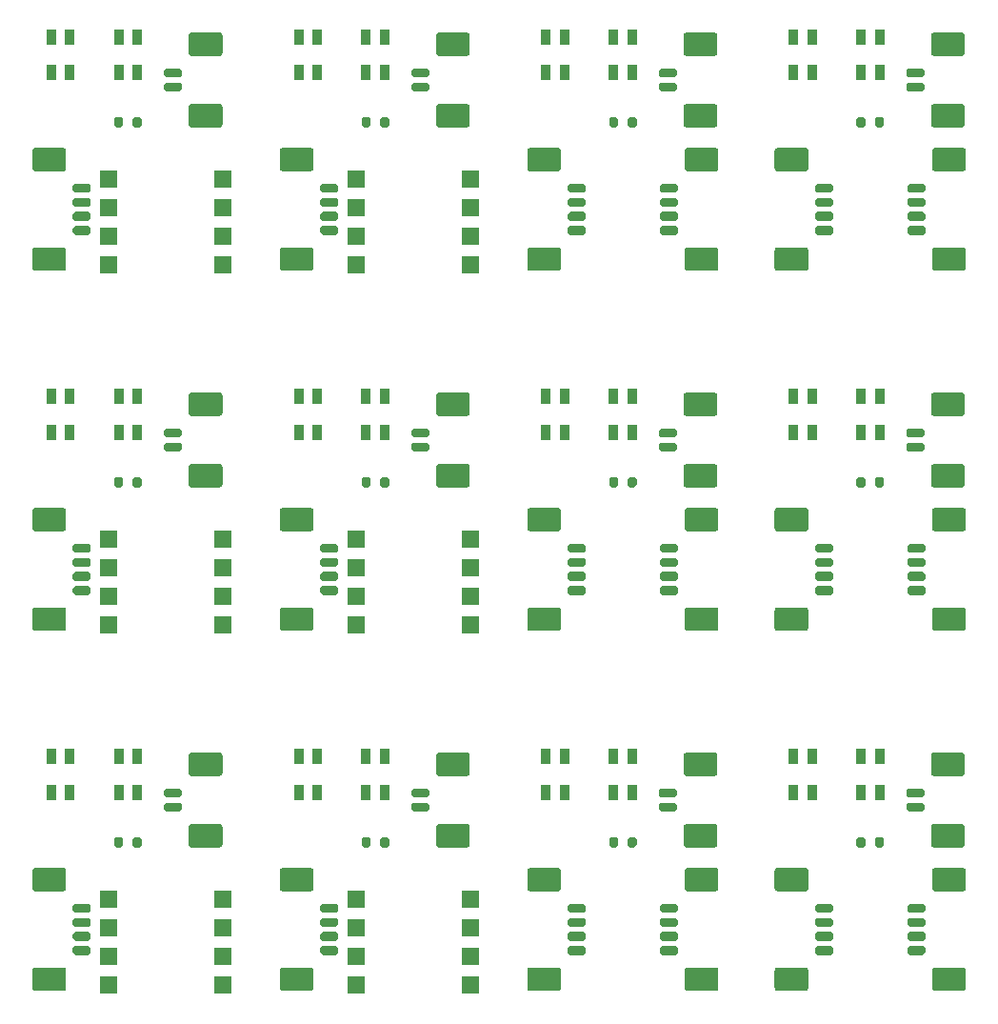
<source format=gbs>
%MOIN*%
%OFA0B0*%
%FSLAX46Y46*%
%IPPOS*%
%LPD*%
%ADD10R,0.032X0.056000000000000008*%
%ADD11R,0.060000000000000005X0.060000000000000005*%
%ADD22R,0.032X0.056000000000000008*%
%ADD23R,0.032X0.056000000000000008*%
%ADD24R,0.060000000000000005X0.060000000000000005*%
%ADD25R,0.032X0.056000000000000008*%
%ADD26R,0.060000000000000005X0.060000000000000005*%
%ADD27R,0.032X0.056000000000000008*%
%ADD28R,0.032X0.056000000000000008*%
%ADD29R,0.032X0.056000000000000008*%
%ADD30R,0.060000000000000005X0.060000000000000005*%
%ADD31R,0.032X0.056000000000000008*%
%ADD32R,0.032X0.056000000000000008*%
%ADD33R,0.060000000000000005X0.060000000000000005*%
%ADD34R,0.032X0.056000000000000008*%
%ADD35R,0.060000000000000005X0.060000000000000005*%
%ADD36R,0.032X0.056000000000000008*%
%ADD37R,0.032X0.056000000000000008*%
G01*
D10*
X-0003937007Y0005905511D02*
X0000124999Y0000724401D03*
X0000189960Y0000724401D03*
X0000189960Y0000850401D03*
X0000124999Y0000850401D03*
X0000361220Y0000724401D03*
X0000426181Y0000724401D03*
X0000426181Y0000850401D03*
X0000361220Y0000850401D03*
G36*
G01*
X0000345472Y0000540354D02*
X0000345472Y0000562007D01*
G75*
G02*
X0000353346Y0000569881I0000007874D01*
G01*
X0000369094Y0000569881D01*
G75*
G02*
X0000376968Y0000562007J-0000007874D01*
G01*
X0000376968Y0000540354D01*
G75*
G02*
X0000369094Y0000532480I-0000007874D01*
G01*
X0000353346Y0000532480D01*
G75*
G02*
X0000345472Y0000540354J0000007874D01*
G01*
G37*
G36*
G01*
X0000410433Y0000540354D02*
X0000410433Y0000562007D01*
G75*
G02*
X0000418307Y0000569881I0000007874D01*
G01*
X0000434055Y0000569881D01*
G75*
G02*
X0000441929Y0000562007J-0000007874D01*
G01*
X0000441929Y0000540354D01*
G75*
G02*
X0000434055Y0000532480I-0000007874D01*
G01*
X0000418307Y0000532480D01*
G75*
G02*
X0000410433Y0000540354J0000007874D01*
G01*
G37*
D11*
X0000724803Y0000052125D03*
X0000724803Y0000152125D03*
X0000724803Y0000252125D03*
X0000724803Y0000352125D03*
X0000324803Y0000352125D03*
X0000324803Y0000252125D03*
X0000324803Y0000152125D03*
X0000324803Y0000052125D03*
G36*
G01*
X0000616141Y0000615157D02*
X0000714566Y0000615157D01*
G75*
G02*
X0000724409Y0000605314J-0000009842D01*
G01*
X0000724409Y0000542322D01*
G75*
G02*
X0000714566Y0000532480I-0000009842D01*
G01*
X0000616141Y0000532480D01*
G75*
G02*
X0000606299Y0000542322J0000009842D01*
G01*
X0000606299Y0000605314D01*
G75*
G02*
X0000616141Y0000615157I0000009842D01*
G01*
G37*
G36*
G01*
X0000616141Y0000865157D02*
X0000714566Y0000865157D01*
G75*
G02*
X0000724409Y0000855314J-0000009842D01*
G01*
X0000724409Y0000792322D01*
G75*
G02*
X0000714566Y0000782480I-0000009842D01*
G01*
X0000616141Y0000782480D01*
G75*
G02*
X0000606299Y0000792322J0000009842D01*
G01*
X0000606299Y0000855314D01*
G75*
G02*
X0000616141Y0000865157I0000009842D01*
G01*
G37*
G36*
G01*
X0000527559Y0000689960D02*
X0000574803Y0000689960D01*
G75*
G02*
X0000582677Y0000682086J-0000007874D01*
G01*
X0000582677Y0000666338D01*
G75*
G02*
X0000574803Y0000658464I-0000007874D01*
G01*
X0000527559Y0000658464D01*
G75*
G02*
X0000519685Y0000666338J0000007874D01*
G01*
X0000519685Y0000682086D01*
G75*
G02*
X0000527559Y0000689960I0000007874D01*
G01*
G37*
G36*
G01*
X0000527559Y0000739173D02*
X0000574803Y0000739173D01*
G75*
G02*
X0000582677Y0000731299J-0000007874D01*
G01*
X0000582677Y0000715551D01*
G75*
G02*
X0000574803Y0000707677I-0000007874D01*
G01*
X0000527559Y0000707677D01*
G75*
G02*
X0000519685Y0000715551J0000007874D01*
G01*
X0000519685Y0000731299D01*
G75*
G02*
X0000527559Y0000739173I0000007874D01*
G01*
G37*
G36*
G01*
X0000167322Y0000378937D02*
X0000068897Y0000378937D01*
G75*
G02*
X0000059055Y0000388779J0000009842D01*
G01*
X0000059055Y0000451771D01*
G75*
G02*
X0000068897Y0000461614I0000009842D01*
G01*
X0000167322Y0000461614D01*
G75*
G02*
X0000177165Y0000451771J-0000009842D01*
G01*
X0000177165Y0000388779D01*
G75*
G02*
X0000167322Y0000378937I-0000009842D01*
G01*
G37*
G36*
G01*
X0000167322Y0000030511D02*
X0000068897Y0000030511D01*
G75*
G02*
X0000059055Y0000040354J0000009842D01*
G01*
X0000059055Y0000103346D01*
G75*
G02*
X0000068897Y0000113188I0000009842D01*
G01*
X0000167322Y0000113188D01*
G75*
G02*
X0000177165Y0000103346J-0000009842D01*
G01*
X0000177165Y0000040354D01*
G75*
G02*
X0000167322Y0000030511I-0000009842D01*
G01*
G37*
G36*
G01*
X0000255905Y0000304133D02*
X0000208661Y0000304133D01*
G75*
G02*
X0000200787Y0000312007J0000007874D01*
G01*
X0000200787Y0000327755D01*
G75*
G02*
X0000208661Y0000335629I0000007874D01*
G01*
X0000255905Y0000335629D01*
G75*
G02*
X0000263779Y0000327755J-0000007874D01*
G01*
X0000263779Y0000312007D01*
G75*
G02*
X0000255905Y0000304133I-0000007874D01*
G01*
G37*
G36*
G01*
X0000255905Y0000254921D02*
X0000208661Y0000254921D01*
G75*
G02*
X0000200787Y0000262795J0000007874D01*
G01*
X0000200787Y0000278543D01*
G75*
G02*
X0000208661Y0000286417I0000007874D01*
G01*
X0000255905Y0000286417D01*
G75*
G02*
X0000263779Y0000278543J-0000007874D01*
G01*
X0000263779Y0000262795D01*
G75*
G02*
X0000255905Y0000254921I-0000007874D01*
G01*
G37*
G36*
G01*
X0000255905Y0000205708D02*
X0000208661Y0000205708D01*
G75*
G02*
X0000200787Y0000213582J0000007874D01*
G01*
X0000200787Y0000229330D01*
G75*
G02*
X0000208661Y0000237204I0000007874D01*
G01*
X0000255905Y0000237204D01*
G75*
G02*
X0000263779Y0000229330J-0000007874D01*
G01*
X0000263779Y0000213582D01*
G75*
G02*
X0000255905Y0000205708I-0000007874D01*
G01*
G37*
G36*
G01*
X0000255905Y0000156496D02*
X0000208661Y0000156496D01*
G75*
G02*
X0000200787Y0000164370J0000007874D01*
G01*
X0000200787Y0000180118D01*
G75*
G02*
X0000208661Y0000187992I0000007874D01*
G01*
X0000255905Y0000187992D01*
G75*
G02*
X0000263779Y0000180118J-0000007874D01*
G01*
X0000263779Y0000164370D01*
G75*
G02*
X0000255905Y0000156496I-0000007874D01*
G01*
G37*
G04 next file*
G04 #@! TF.GenerationSoftware,KiCad,Pcbnew,(5.1.10)-1*
G04 #@! TF.CreationDate,2021-06-29T15:19:49+09:00*
G04 #@! TF.ProjectId,BLE_PPG_v1.1,424c455f-5050-4475-9f76-312e312e6b69,rev?*
G04 #@! TF.SameCoordinates,Original*
G04 #@! TF.FileFunction,Soldermask,Bot*
G04 #@! TF.FilePolarity,Negative*
G04 Gerber Fmt 4.6, Leading zero omitted, Abs format (unit mm)*
G04 Created by KiCad (PCBNEW (5.1.10)-1) date 2021-06-29 15:19:49*
G01*
G04 APERTURE LIST*
G04 APERTURE END LIST*
G36*
G01*
X0002352362Y0001373031D02*
X0002450787Y0001373031D01*
G75*
G02*
X0002460629Y0001363188J-0000009842D01*
G01*
X0002460629Y0001300196D01*
G75*
G02*
X0002450787Y0001290354I-0000009842D01*
G01*
X0002352362Y0001290354D01*
G75*
G02*
X0002342519Y0001300196J0000009842D01*
G01*
X0002342519Y0001363188D01*
G75*
G02*
X0002352362Y0001373031I0000009842D01*
G01*
G37*
G36*
G01*
X0002352362Y0001721456D02*
X0002450787Y0001721456D01*
G75*
G02*
X0002460629Y0001711614J-0000009842D01*
G01*
X0002460629Y0001648622D01*
G75*
G02*
X0002450787Y0001638779I-0000009842D01*
G01*
X0002352362Y0001638779D01*
G75*
G02*
X0002342519Y0001648622J0000009842D01*
G01*
X0002342519Y0001711614D01*
G75*
G02*
X0002352362Y0001721456I0000009842D01*
G01*
G37*
G36*
G01*
X0002263779Y0001447834D02*
X0002311023Y0001447834D01*
G75*
G02*
X0002318897Y0001439960J-0000007874D01*
G01*
X0002318897Y0001424212D01*
G75*
G02*
X0002311023Y0001416338I-0000007874D01*
G01*
X0002263779Y0001416338D01*
G75*
G02*
X0002255905Y0001424212J0000007874D01*
G01*
X0002255905Y0001439960D01*
G75*
G02*
X0002263779Y0001447834I0000007874D01*
G01*
G37*
G36*
G01*
X0002263779Y0001497047D02*
X0002311023Y0001497047D01*
G75*
G02*
X0002318897Y0001489173J-0000007874D01*
G01*
X0002318897Y0001473425D01*
G75*
G02*
X0002311023Y0001465551I-0000007874D01*
G01*
X0002263779Y0001465551D01*
G75*
G02*
X0002255905Y0001473425J0000007874D01*
G01*
X0002255905Y0001489173D01*
G75*
G02*
X0002263779Y0001497047I0000007874D01*
G01*
G37*
G36*
G01*
X0002263779Y0001546259D02*
X0002311023Y0001546259D01*
G75*
G02*
X0002318897Y0001538385J-0000007874D01*
G01*
X0002318897Y0001522637D01*
G75*
G02*
X0002311023Y0001514763I-0000007874D01*
G01*
X0002263779Y0001514763D01*
G75*
G02*
X0002255905Y0001522637J0000007874D01*
G01*
X0002255905Y0001538385D01*
G75*
G02*
X0002263779Y0001546259I0000007874D01*
G01*
G37*
G36*
G01*
X0002263779Y0001595472D02*
X0002311023Y0001595472D01*
G75*
G02*
X0002318897Y0001587598J-0000007874D01*
G01*
X0002318897Y0001571850D01*
G75*
G02*
X0002311023Y0001563976I-0000007874D01*
G01*
X0002263779Y0001563976D01*
G75*
G02*
X0002255905Y0001571850J0000007874D01*
G01*
X0002255905Y0001587598D01*
G75*
G02*
X0002263779Y0001595472I0000007874D01*
G01*
G37*
D22*
X0001857283Y0001984244D03*
X0001922244Y0001984244D03*
X0001922244Y0002110244D03*
X0001857283Y0002110244D03*
X0002093503Y0001984244D03*
X0002158464Y0001984244D03*
X0002158464Y0002110244D03*
X0002093503Y0002110244D03*
G36*
G01*
X0002077755Y0001800196D02*
X0002077755Y0001821850D01*
G75*
G02*
X0002085629Y0001829724I0000007874D01*
G01*
X0002101377Y0001829724D01*
G75*
G02*
X0002109251Y0001821850J-0000007874D01*
G01*
X0002109251Y0001800196D01*
G75*
G02*
X0002101377Y0001792322I-0000007874D01*
G01*
X0002085629Y0001792322D01*
G75*
G02*
X0002077755Y0001800196J0000007874D01*
G01*
G37*
G36*
G01*
X0002142716Y0001800196D02*
X0002142716Y0001821850D01*
G75*
G02*
X0002150590Y0001829724I0000007874D01*
G01*
X0002166338Y0001829724D01*
G75*
G02*
X0002174212Y0001821850J-0000007874D01*
G01*
X0002174212Y0001800196D01*
G75*
G02*
X0002166338Y0001792322I-0000007874D01*
G01*
X0002150590Y0001792322D01*
G75*
G02*
X0002142716Y0001800196J0000007874D01*
G01*
G37*
G36*
G01*
X0002348425Y0001875000D02*
X0002446850Y0001875000D01*
G75*
G02*
X0002456692Y0001865157J-0000009842D01*
G01*
X0002456692Y0001802165D01*
G75*
G02*
X0002446850Y0001792322I-0000009842D01*
G01*
X0002348425Y0001792322D01*
G75*
G02*
X0002338582Y0001802165J0000009842D01*
G01*
X0002338582Y0001865157D01*
G75*
G02*
X0002348425Y0001875000I0000009842D01*
G01*
G37*
G36*
G01*
X0002348425Y0002124999D02*
X0002446850Y0002124999D01*
G75*
G02*
X0002456692Y0002115157J-0000009842D01*
G01*
X0002456692Y0002052165D01*
G75*
G02*
X0002446850Y0002042322I-0000009842D01*
G01*
X0002348425Y0002042322D01*
G75*
G02*
X0002338582Y0002052165J0000009842D01*
G01*
X0002338582Y0002115157D01*
G75*
G02*
X0002348425Y0002124999I0000009842D01*
G01*
G37*
G36*
G01*
X0002259842Y0001949803D02*
X0002307086Y0001949803D01*
G75*
G02*
X0002314960Y0001941929J-0000007874D01*
G01*
X0002314960Y0001926181D01*
G75*
G02*
X0002307086Y0001918307I-0000007874D01*
G01*
X0002259842Y0001918307D01*
G75*
G02*
X0002251968Y0001926181J0000007874D01*
G01*
X0002251968Y0001941929D01*
G75*
G02*
X0002259842Y0001949803I0000007874D01*
G01*
G37*
G36*
G01*
X0002259842Y0001999015D02*
X0002307086Y0001999015D01*
G75*
G02*
X0002314960Y0001991141J-0000007874D01*
G01*
X0002314960Y0001975393D01*
G75*
G02*
X0002307086Y0001967519I-0000007874D01*
G01*
X0002259842Y0001967519D01*
G75*
G02*
X0002251968Y0001975393J0000007874D01*
G01*
X0002251968Y0001991141D01*
G75*
G02*
X0002259842Y0001999015I0000007874D01*
G01*
G37*
G36*
G01*
X0001899606Y0001638779D02*
X0001801181Y0001638779D01*
G75*
G02*
X0001791338Y0001648622J0000009842D01*
G01*
X0001791338Y0001711614D01*
G75*
G02*
X0001801181Y0001721456I0000009842D01*
G01*
X0001899606Y0001721456D01*
G75*
G02*
X0001909448Y0001711614J-0000009842D01*
G01*
X0001909448Y0001648622D01*
G75*
G02*
X0001899606Y0001638779I-0000009842D01*
G01*
G37*
G36*
G01*
X0001899606Y0001290354D02*
X0001801181Y0001290354D01*
G75*
G02*
X0001791338Y0001300196J0000009842D01*
G01*
X0001791338Y0001363189D01*
G75*
G02*
X0001801181Y0001373031I0000009842D01*
G01*
X0001899606Y0001373031D01*
G75*
G02*
X0001909448Y0001363189J-0000009842D01*
G01*
X0001909448Y0001300196D01*
G75*
G02*
X0001899606Y0001290354I-0000009842D01*
G01*
G37*
G36*
G01*
X0001988188Y0001563976D02*
X0001940944Y0001563976D01*
G75*
G02*
X0001933070Y0001571850J0000007874D01*
G01*
X0001933070Y0001587598D01*
G75*
G02*
X0001940944Y0001595472I0000007874D01*
G01*
X0001988188Y0001595472D01*
G75*
G02*
X0001996062Y0001587598J-0000007874D01*
G01*
X0001996062Y0001571850D01*
G75*
G02*
X0001988188Y0001563976I-0000007874D01*
G01*
G37*
G36*
G01*
X0001988188Y0001514763D02*
X0001940944Y0001514763D01*
G75*
G02*
X0001933070Y0001522637J0000007874D01*
G01*
X0001933070Y0001538385D01*
G75*
G02*
X0001940944Y0001546259I0000007874D01*
G01*
X0001988188Y0001546259D01*
G75*
G02*
X0001996062Y0001538385J-0000007874D01*
G01*
X0001996062Y0001522637D01*
G75*
G02*
X0001988188Y0001514763I-0000007874D01*
G01*
G37*
G36*
G01*
X0001988188Y0001465551D02*
X0001940944Y0001465551D01*
G75*
G02*
X0001933070Y0001473425J0000007874D01*
G01*
X0001933070Y0001489173D01*
G75*
G02*
X0001940944Y0001497047I0000007874D01*
G01*
X0001988188Y0001497047D01*
G75*
G02*
X0001996062Y0001489173J-0000007874D01*
G01*
X0001996062Y0001473425D01*
G75*
G02*
X0001988188Y0001465551I-0000007874D01*
G01*
G37*
G36*
G01*
X0001988188Y0001416338D02*
X0001940944Y0001416338D01*
G75*
G02*
X0001933070Y0001424212J0000007874D01*
G01*
X0001933070Y0001439960D01*
G75*
G02*
X0001940944Y0001447834I0000007874D01*
G01*
X0001988188Y0001447834D01*
G75*
G02*
X0001996062Y0001439960J-0000007874D01*
G01*
X0001996062Y0001424212D01*
G75*
G02*
X0001988188Y0001416338I-0000007874D01*
G01*
G37*
G04 next file*
G04 #@! TF.GenerationSoftware,KiCad,Pcbnew,(5.1.10)-1*
G04 #@! TF.CreationDate,2021-06-29T14:50:17+09:00*
G04 #@! TF.ProjectId,ble_spo2_dgmif,626c655f-7370-46f3-925f-64676d69662e,rev?*
G04 #@! TF.SameCoordinates,Original*
G04 #@! TF.FileFunction,Soldermask,Bot*
G04 #@! TF.FilePolarity,Negative*
G04 Gerber Fmt 4.6, Leading zero omitted, Abs format (unit mm)*
G04 Created by KiCad (PCBNEW (5.1.10)-1) date 2021-06-29 14:50:17*
G01*
G04 APERTURE LIST*
G04 APERTURE END LIST*
D23*
X-0003937007Y0007165354D02*
X0000124999Y0001984244D03*
X0000189960Y0001984244D03*
X0000189960Y0002110244D03*
X0000124999Y0002110244D03*
X0000361220Y0001984244D03*
X0000426181Y0001984244D03*
X0000426181Y0002110244D03*
X0000361220Y0002110244D03*
G36*
G01*
X0000345472Y0001800196D02*
X0000345472Y0001821850D01*
G75*
G02*
X0000353346Y0001829724I0000007874D01*
G01*
X0000369094Y0001829724D01*
G75*
G02*
X0000376968Y0001821850J-0000007874D01*
G01*
X0000376968Y0001800196D01*
G75*
G02*
X0000369094Y0001792322I-0000007874D01*
G01*
X0000353346Y0001792322D01*
G75*
G02*
X0000345472Y0001800196J0000007874D01*
G01*
G37*
G36*
G01*
X0000410433Y0001800196D02*
X0000410433Y0001821850D01*
G75*
G02*
X0000418307Y0001829724I0000007874D01*
G01*
X0000434055Y0001829724D01*
G75*
G02*
X0000441929Y0001821850J-0000007874D01*
G01*
X0000441929Y0001800196D01*
G75*
G02*
X0000434055Y0001792322I-0000007874D01*
G01*
X0000418307Y0001792322D01*
G75*
G02*
X0000410433Y0001800196J0000007874D01*
G01*
G37*
D24*
X0000724803Y0001311968D03*
X0000724803Y0001411968D03*
X0000724803Y0001511968D03*
X0000724803Y0001611968D03*
X0000324803Y0001611968D03*
X0000324803Y0001511968D03*
X0000324803Y0001411968D03*
X0000324803Y0001311968D03*
G36*
G01*
X0000616141Y0001875000D02*
X0000714566Y0001875000D01*
G75*
G02*
X0000724409Y0001865157J-0000009842D01*
G01*
X0000724409Y0001802165D01*
G75*
G02*
X0000714566Y0001792322I-0000009842D01*
G01*
X0000616141Y0001792322D01*
G75*
G02*
X0000606299Y0001802165J0000009842D01*
G01*
X0000606299Y0001865157D01*
G75*
G02*
X0000616141Y0001875000I0000009842D01*
G01*
G37*
G36*
G01*
X0000616141Y0002124999D02*
X0000714566Y0002124999D01*
G75*
G02*
X0000724409Y0002115157J-0000009842D01*
G01*
X0000724409Y0002052165D01*
G75*
G02*
X0000714566Y0002042322I-0000009842D01*
G01*
X0000616141Y0002042322D01*
G75*
G02*
X0000606299Y0002052165J0000009842D01*
G01*
X0000606299Y0002115157D01*
G75*
G02*
X0000616141Y0002124999I0000009842D01*
G01*
G37*
G36*
G01*
X0000527559Y0001949803D02*
X0000574803Y0001949803D01*
G75*
G02*
X0000582677Y0001941929J-0000007874D01*
G01*
X0000582677Y0001926181D01*
G75*
G02*
X0000574803Y0001918307I-0000007874D01*
G01*
X0000527559Y0001918307D01*
G75*
G02*
X0000519685Y0001926181J0000007874D01*
G01*
X0000519685Y0001941929D01*
G75*
G02*
X0000527559Y0001949803I0000007874D01*
G01*
G37*
G36*
G01*
X0000527559Y0001999015D02*
X0000574803Y0001999015D01*
G75*
G02*
X0000582677Y0001991141J-0000007874D01*
G01*
X0000582677Y0001975393D01*
G75*
G02*
X0000574803Y0001967519I-0000007874D01*
G01*
X0000527559Y0001967519D01*
G75*
G02*
X0000519685Y0001975393J0000007874D01*
G01*
X0000519685Y0001991141D01*
G75*
G02*
X0000527559Y0001999015I0000007874D01*
G01*
G37*
G36*
G01*
X0000167322Y0001638779D02*
X0000068897Y0001638779D01*
G75*
G02*
X0000059055Y0001648622J0000009842D01*
G01*
X0000059055Y0001711614D01*
G75*
G02*
X0000068897Y0001721456I0000009842D01*
G01*
X0000167322Y0001721456D01*
G75*
G02*
X0000177165Y0001711614J-0000009842D01*
G01*
X0000177165Y0001648622D01*
G75*
G02*
X0000167322Y0001638779I-0000009842D01*
G01*
G37*
G36*
G01*
X0000167322Y0001290354D02*
X0000068897Y0001290354D01*
G75*
G02*
X0000059055Y0001300196J0000009842D01*
G01*
X0000059055Y0001363188D01*
G75*
G02*
X0000068897Y0001373031I0000009842D01*
G01*
X0000167322Y0001373031D01*
G75*
G02*
X0000177165Y0001363188J-0000009842D01*
G01*
X0000177165Y0001300196D01*
G75*
G02*
X0000167322Y0001290354I-0000009842D01*
G01*
G37*
G36*
G01*
X0000255905Y0001563976D02*
X0000208661Y0001563976D01*
G75*
G02*
X0000200787Y0001571850J0000007874D01*
G01*
X0000200787Y0001587598D01*
G75*
G02*
X0000208661Y0001595472I0000007874D01*
G01*
X0000255905Y0001595472D01*
G75*
G02*
X0000263779Y0001587598J-0000007874D01*
G01*
X0000263779Y0001571850D01*
G75*
G02*
X0000255905Y0001563976I-0000007874D01*
G01*
G37*
G36*
G01*
X0000255905Y0001514763D02*
X0000208661Y0001514763D01*
G75*
G02*
X0000200787Y0001522637J0000007874D01*
G01*
X0000200787Y0001538385D01*
G75*
G02*
X0000208661Y0001546259I0000007874D01*
G01*
X0000255905Y0001546259D01*
G75*
G02*
X0000263779Y0001538385J-0000007874D01*
G01*
X0000263779Y0001522637D01*
G75*
G02*
X0000255905Y0001514763I-0000007874D01*
G01*
G37*
G36*
G01*
X0000255905Y0001465551D02*
X0000208661Y0001465551D01*
G75*
G02*
X0000200787Y0001473425J0000007874D01*
G01*
X0000200787Y0001489173D01*
G75*
G02*
X0000208661Y0001497047I0000007874D01*
G01*
X0000255905Y0001497047D01*
G75*
G02*
X0000263779Y0001489173J-0000007874D01*
G01*
X0000263779Y0001473425D01*
G75*
G02*
X0000255905Y0001465551I-0000007874D01*
G01*
G37*
G36*
G01*
X0000255905Y0001416338D02*
X0000208661Y0001416338D01*
G75*
G02*
X0000200787Y0001424212J0000007874D01*
G01*
X0000200787Y0001439960D01*
G75*
G02*
X0000208661Y0001447834I0000007874D01*
G01*
X0000255905Y0001447834D01*
G75*
G02*
X0000263779Y0001439960J-0000007874D01*
G01*
X0000263779Y0001424212D01*
G75*
G02*
X0000255905Y0001416338I-0000007874D01*
G01*
G37*
G04 next file*
G04 #@! TF.GenerationSoftware,KiCad,Pcbnew,(5.1.10)-1*
G04 #@! TF.CreationDate,2021-06-29T14:50:17+09:00*
G04 #@! TF.ProjectId,ble_spo2_dgmif,626c655f-7370-46f3-925f-64676d69662e,rev?*
G04 #@! TF.SameCoordinates,Original*
G04 #@! TF.FileFunction,Soldermask,Bot*
G04 #@! TF.FilePolarity,Negative*
G04 Gerber Fmt 4.6, Leading zero omitted, Abs format (unit mm)*
G04 Created by KiCad (PCBNEW (5.1.10)-1) date 2021-06-29 14:50:17*
G01*
G04 APERTURE LIST*
G04 APERTURE END LIST*
D25*
X-0003070866Y0005905511D02*
X0000991141Y0000724401D03*
X0001056102Y0000724401D03*
X0001056102Y0000850401D03*
X0000991141Y0000850401D03*
X0001227362Y0000724401D03*
X0001292322Y0000724401D03*
X0001292322Y0000850401D03*
X0001227362Y0000850401D03*
G36*
G01*
X0001211614Y0000540354D02*
X0001211614Y0000562007D01*
G75*
G02*
X0001219488Y0000569881I0000007874D01*
G01*
X0001235236Y0000569881D01*
G75*
G02*
X0001243110Y0000562007J-0000007874D01*
G01*
X0001243110Y0000540354D01*
G75*
G02*
X0001235236Y0000532480I-0000007874D01*
G01*
X0001219488Y0000532480D01*
G75*
G02*
X0001211614Y0000540354J0000007874D01*
G01*
G37*
G36*
G01*
X0001276574Y0000540354D02*
X0001276574Y0000562007D01*
G75*
G02*
X0001284448Y0000569881I0000007874D01*
G01*
X0001300196Y0000569881D01*
G75*
G02*
X0001308070Y0000562007J-0000007874D01*
G01*
X0001308070Y0000540354D01*
G75*
G02*
X0001300196Y0000532480I-0000007874D01*
G01*
X0001284448Y0000532480D01*
G75*
G02*
X0001276574Y0000540354J0000007874D01*
G01*
G37*
D26*
X0001590944Y0000052125D03*
X0001590944Y0000152125D03*
X0001590944Y0000252125D03*
X0001590944Y0000352125D03*
X0001190944Y0000352125D03*
X0001190944Y0000252125D03*
X0001190944Y0000152125D03*
X0001190944Y0000052125D03*
G36*
G01*
X0001482283Y0000615157D02*
X0001580708Y0000615157D01*
G75*
G02*
X0001590551Y0000605314J-0000009842D01*
G01*
X0001590551Y0000542322D01*
G75*
G02*
X0001580708Y0000532480I-0000009842D01*
G01*
X0001482283Y0000532480D01*
G75*
G02*
X0001472440Y0000542322J0000009842D01*
G01*
X0001472440Y0000605314D01*
G75*
G02*
X0001482283Y0000615157I0000009842D01*
G01*
G37*
G36*
G01*
X0001482283Y0000865157D02*
X0001580708Y0000865157D01*
G75*
G02*
X0001590551Y0000855314J-0000009842D01*
G01*
X0001590551Y0000792322D01*
G75*
G02*
X0001580708Y0000782480I-0000009842D01*
G01*
X0001482283Y0000782480D01*
G75*
G02*
X0001472440Y0000792322J0000009842D01*
G01*
X0001472440Y0000855314D01*
G75*
G02*
X0001482283Y0000865157I0000009842D01*
G01*
G37*
G36*
G01*
X0001393700Y0000689960D02*
X0001440944Y0000689960D01*
G75*
G02*
X0001448818Y0000682086J-0000007874D01*
G01*
X0001448818Y0000666338D01*
G75*
G02*
X0001440944Y0000658464I-0000007874D01*
G01*
X0001393700Y0000658464D01*
G75*
G02*
X0001385826Y0000666338J0000007874D01*
G01*
X0001385826Y0000682086D01*
G75*
G02*
X0001393700Y0000689960I0000007874D01*
G01*
G37*
G36*
G01*
X0001393700Y0000739173D02*
X0001440944Y0000739173D01*
G75*
G02*
X0001448818Y0000731299J-0000007874D01*
G01*
X0001448818Y0000715551D01*
G75*
G02*
X0001440944Y0000707677I-0000007874D01*
G01*
X0001393700Y0000707677D01*
G75*
G02*
X0001385826Y0000715551J0000007874D01*
G01*
X0001385826Y0000731299D01*
G75*
G02*
X0001393700Y0000739173I0000007874D01*
G01*
G37*
G36*
G01*
X0001033464Y0000378937D02*
X0000935039Y0000378937D01*
G75*
G02*
X0000925196Y0000388779J0000009842D01*
G01*
X0000925196Y0000451771D01*
G75*
G02*
X0000935039Y0000461614I0000009842D01*
G01*
X0001033464Y0000461614D01*
G75*
G02*
X0001043307Y0000451771J-0000009842D01*
G01*
X0001043307Y0000388779D01*
G75*
G02*
X0001033464Y0000378937I-0000009842D01*
G01*
G37*
G36*
G01*
X0001033464Y0000030511D02*
X0000935039Y0000030511D01*
G75*
G02*
X0000925196Y0000040354J0000009842D01*
G01*
X0000925196Y0000103346D01*
G75*
G02*
X0000935039Y0000113188I0000009842D01*
G01*
X0001033464Y0000113188D01*
G75*
G02*
X0001043307Y0000103346J-0000009842D01*
G01*
X0001043307Y0000040354D01*
G75*
G02*
X0001033464Y0000030511I-0000009842D01*
G01*
G37*
G36*
G01*
X0001122047Y0000304133D02*
X0001074803Y0000304133D01*
G75*
G02*
X0001066929Y0000312007J0000007874D01*
G01*
X0001066929Y0000327755D01*
G75*
G02*
X0001074803Y0000335629I0000007874D01*
G01*
X0001122047Y0000335629D01*
G75*
G02*
X0001129921Y0000327755J-0000007874D01*
G01*
X0001129921Y0000312007D01*
G75*
G02*
X0001122047Y0000304133I-0000007874D01*
G01*
G37*
G36*
G01*
X0001122047Y0000254921D02*
X0001074803Y0000254921D01*
G75*
G02*
X0001066929Y0000262795J0000007874D01*
G01*
X0001066929Y0000278543D01*
G75*
G02*
X0001074803Y0000286417I0000007874D01*
G01*
X0001122047Y0000286417D01*
G75*
G02*
X0001129921Y0000278543J-0000007874D01*
G01*
X0001129921Y0000262795D01*
G75*
G02*
X0001122047Y0000254921I-0000007874D01*
G01*
G37*
G36*
G01*
X0001122047Y0000205708D02*
X0001074803Y0000205708D01*
G75*
G02*
X0001066929Y0000213582J0000007874D01*
G01*
X0001066929Y0000229330D01*
G75*
G02*
X0001074803Y0000237204I0000007874D01*
G01*
X0001122047Y0000237204D01*
G75*
G02*
X0001129921Y0000229330J-0000007874D01*
G01*
X0001129921Y0000213582D01*
G75*
G02*
X0001122047Y0000205708I-0000007874D01*
G01*
G37*
G36*
G01*
X0001122047Y0000156496D02*
X0001074803Y0000156496D01*
G75*
G02*
X0001066929Y0000164370J0000007874D01*
G01*
X0001066929Y0000180118D01*
G75*
G02*
X0001074803Y0000187992I0000007874D01*
G01*
X0001122047Y0000187992D01*
G75*
G02*
X0001129921Y0000180118J-0000007874D01*
G01*
X0001129921Y0000164370D01*
G75*
G02*
X0001122047Y0000156496I-0000007874D01*
G01*
G37*
G04 next file*
G04 #@! TF.GenerationSoftware,KiCad,Pcbnew,(5.1.10)-1*
G04 #@! TF.CreationDate,2021-06-29T15:19:49+09:00*
G04 #@! TF.ProjectId,BLE_PPG_v1.1,424c455f-5050-4475-9f76-312e312e6b69,rev?*
G04 #@! TF.SameCoordinates,Original*
G04 #@! TF.FileFunction,Soldermask,Bot*
G04 #@! TF.FilePolarity,Negative*
G04 Gerber Fmt 4.6, Leading zero omitted, Abs format (unit mm)*
G04 Created by KiCad (PCBNEW (5.1.10)-1) date 2021-06-29 15:19:49*
G01*
G04 APERTURE LIST*
G04 APERTURE END LIST*
G36*
G01*
X0002352362Y0000113188D02*
X0002450787Y0000113188D01*
G75*
G02*
X0002460629Y0000103346J-0000009842D01*
G01*
X0002460629Y0000040354D01*
G75*
G02*
X0002450787Y0000030511I-0000009842D01*
G01*
X0002352362Y0000030511D01*
G75*
G02*
X0002342519Y0000040354J0000009842D01*
G01*
X0002342519Y0000103346D01*
G75*
G02*
X0002352362Y0000113188I0000009842D01*
G01*
G37*
G36*
G01*
X0002352362Y0000461614D02*
X0002450787Y0000461614D01*
G75*
G02*
X0002460629Y0000451771J-0000009842D01*
G01*
X0002460629Y0000388779D01*
G75*
G02*
X0002450787Y0000378937I-0000009842D01*
G01*
X0002352362Y0000378937D01*
G75*
G02*
X0002342519Y0000388779J0000009842D01*
G01*
X0002342519Y0000451771D01*
G75*
G02*
X0002352362Y0000461614I0000009842D01*
G01*
G37*
G36*
G01*
X0002263779Y0000187992D02*
X0002311023Y0000187992D01*
G75*
G02*
X0002318897Y0000180118J-0000007874D01*
G01*
X0002318897Y0000164370D01*
G75*
G02*
X0002311023Y0000156496I-0000007874D01*
G01*
X0002263779Y0000156496D01*
G75*
G02*
X0002255905Y0000164370J0000007874D01*
G01*
X0002255905Y0000180118D01*
G75*
G02*
X0002263779Y0000187992I0000007874D01*
G01*
G37*
G36*
G01*
X0002263779Y0000237204D02*
X0002311023Y0000237204D01*
G75*
G02*
X0002318897Y0000229330J-0000007874D01*
G01*
X0002318897Y0000213582D01*
G75*
G02*
X0002311023Y0000205708I-0000007874D01*
G01*
X0002263779Y0000205708D01*
G75*
G02*
X0002255905Y0000213582J0000007874D01*
G01*
X0002255905Y0000229330D01*
G75*
G02*
X0002263779Y0000237204I0000007874D01*
G01*
G37*
G36*
G01*
X0002263779Y0000286417D02*
X0002311023Y0000286417D01*
G75*
G02*
X0002318897Y0000278543J-0000007874D01*
G01*
X0002318897Y0000262795D01*
G75*
G02*
X0002311023Y0000254921I-0000007874D01*
G01*
X0002263779Y0000254921D01*
G75*
G02*
X0002255905Y0000262795J0000007874D01*
G01*
X0002255905Y0000278543D01*
G75*
G02*
X0002263779Y0000286417I0000007874D01*
G01*
G37*
G36*
G01*
X0002263779Y0000335629D02*
X0002311023Y0000335629D01*
G75*
G02*
X0002318897Y0000327755J-0000007874D01*
G01*
X0002318897Y0000312007D01*
G75*
G02*
X0002311023Y0000304133I-0000007874D01*
G01*
X0002263779Y0000304133D01*
G75*
G02*
X0002255905Y0000312007J0000007874D01*
G01*
X0002255905Y0000327755D01*
G75*
G02*
X0002263779Y0000335629I0000007874D01*
G01*
G37*
D27*
X0001857283Y0000724401D03*
X0001922244Y0000724401D03*
X0001922244Y0000850401D03*
X0001857283Y0000850401D03*
X0002093503Y0000724401D03*
X0002158464Y0000724401D03*
X0002158464Y0000850401D03*
X0002093503Y0000850401D03*
G36*
G01*
X0002077755Y0000540354D02*
X0002077755Y0000562007D01*
G75*
G02*
X0002085629Y0000569881I0000007874D01*
G01*
X0002101377Y0000569881D01*
G75*
G02*
X0002109251Y0000562007J-0000007874D01*
G01*
X0002109251Y0000540354D01*
G75*
G02*
X0002101377Y0000532480I-0000007874D01*
G01*
X0002085629Y0000532480D01*
G75*
G02*
X0002077755Y0000540354J0000007874D01*
G01*
G37*
G36*
G01*
X0002142716Y0000540354D02*
X0002142716Y0000562007D01*
G75*
G02*
X0002150590Y0000569881I0000007874D01*
G01*
X0002166338Y0000569881D01*
G75*
G02*
X0002174212Y0000562007J-0000007874D01*
G01*
X0002174212Y0000540354D01*
G75*
G02*
X0002166338Y0000532480I-0000007874D01*
G01*
X0002150590Y0000532480D01*
G75*
G02*
X0002142716Y0000540354J0000007874D01*
G01*
G37*
G36*
G01*
X0002348425Y0000615157D02*
X0002446850Y0000615157D01*
G75*
G02*
X0002456692Y0000605314J-0000009842D01*
G01*
X0002456692Y0000542322D01*
G75*
G02*
X0002446850Y0000532480I-0000009842D01*
G01*
X0002348425Y0000532480D01*
G75*
G02*
X0002338582Y0000542322J0000009842D01*
G01*
X0002338582Y0000605314D01*
G75*
G02*
X0002348425Y0000615157I0000009842D01*
G01*
G37*
G36*
G01*
X0002348425Y0000865157D02*
X0002446850Y0000865157D01*
G75*
G02*
X0002456692Y0000855314J-0000009842D01*
G01*
X0002456692Y0000792322D01*
G75*
G02*
X0002446850Y0000782480I-0000009842D01*
G01*
X0002348425Y0000782480D01*
G75*
G02*
X0002338582Y0000792322J0000009842D01*
G01*
X0002338582Y0000855314D01*
G75*
G02*
X0002348425Y0000865157I0000009842D01*
G01*
G37*
G36*
G01*
X0002259842Y0000689960D02*
X0002307086Y0000689960D01*
G75*
G02*
X0002314960Y0000682086J-0000007874D01*
G01*
X0002314960Y0000666338D01*
G75*
G02*
X0002307086Y0000658464I-0000007874D01*
G01*
X0002259842Y0000658464D01*
G75*
G02*
X0002251968Y0000666338J0000007874D01*
G01*
X0002251968Y0000682086D01*
G75*
G02*
X0002259842Y0000689960I0000007874D01*
G01*
G37*
G36*
G01*
X0002259842Y0000739173D02*
X0002307086Y0000739173D01*
G75*
G02*
X0002314960Y0000731299J-0000007874D01*
G01*
X0002314960Y0000715551D01*
G75*
G02*
X0002307086Y0000707677I-0000007874D01*
G01*
X0002259842Y0000707677D01*
G75*
G02*
X0002251968Y0000715551J0000007874D01*
G01*
X0002251968Y0000731299D01*
G75*
G02*
X0002259842Y0000739173I0000007874D01*
G01*
G37*
G36*
G01*
X0001899606Y0000378937D02*
X0001801181Y0000378937D01*
G75*
G02*
X0001791338Y0000388779J0000009842D01*
G01*
X0001791338Y0000451771D01*
G75*
G02*
X0001801181Y0000461614I0000009842D01*
G01*
X0001899606Y0000461614D01*
G75*
G02*
X0001909448Y0000451771J-0000009842D01*
G01*
X0001909448Y0000388779D01*
G75*
G02*
X0001899606Y0000378937I-0000009842D01*
G01*
G37*
G36*
G01*
X0001899606Y0000030511D02*
X0001801181Y0000030511D01*
G75*
G02*
X0001791338Y0000040354J0000009842D01*
G01*
X0001791338Y0000103346D01*
G75*
G02*
X0001801181Y0000113188I0000009842D01*
G01*
X0001899606Y0000113188D01*
G75*
G02*
X0001909448Y0000103346J-0000009842D01*
G01*
X0001909448Y0000040354D01*
G75*
G02*
X0001899606Y0000030511I-0000009842D01*
G01*
G37*
G36*
G01*
X0001988188Y0000304133D02*
X0001940944Y0000304133D01*
G75*
G02*
X0001933070Y0000312007J0000007874D01*
G01*
X0001933070Y0000327755D01*
G75*
G02*
X0001940944Y0000335629I0000007874D01*
G01*
X0001988188Y0000335629D01*
G75*
G02*
X0001996062Y0000327755J-0000007874D01*
G01*
X0001996062Y0000312007D01*
G75*
G02*
X0001988188Y0000304133I-0000007874D01*
G01*
G37*
G36*
G01*
X0001988188Y0000254921D02*
X0001940944Y0000254921D01*
G75*
G02*
X0001933070Y0000262795J0000007874D01*
G01*
X0001933070Y0000278543D01*
G75*
G02*
X0001940944Y0000286417I0000007874D01*
G01*
X0001988188Y0000286417D01*
G75*
G02*
X0001996062Y0000278543J-0000007874D01*
G01*
X0001996062Y0000262795D01*
G75*
G02*
X0001988188Y0000254921I-0000007874D01*
G01*
G37*
G36*
G01*
X0001988188Y0000205708D02*
X0001940944Y0000205708D01*
G75*
G02*
X0001933070Y0000213582J0000007874D01*
G01*
X0001933070Y0000229330D01*
G75*
G02*
X0001940944Y0000237204I0000007874D01*
G01*
X0001988188Y0000237204D01*
G75*
G02*
X0001996062Y0000229330J-0000007874D01*
G01*
X0001996062Y0000213582D01*
G75*
G02*
X0001988188Y0000205708I-0000007874D01*
G01*
G37*
G36*
G01*
X0001988188Y0000156496D02*
X0001940944Y0000156496D01*
G75*
G02*
X0001933070Y0000164370J0000007874D01*
G01*
X0001933070Y0000180118D01*
G75*
G02*
X0001940944Y0000187992I0000007874D01*
G01*
X0001988188Y0000187992D01*
G75*
G02*
X0001996062Y0000180118J-0000007874D01*
G01*
X0001996062Y0000164370D01*
G75*
G02*
X0001988188Y0000156496I-0000007874D01*
G01*
G37*
G04 next file*
G04 #@! TF.GenerationSoftware,KiCad,Pcbnew,(5.1.10)-1*
G04 #@! TF.CreationDate,2021-06-29T15:19:49+09:00*
G04 #@! TF.ProjectId,BLE_PPG_v1.1,424c455f-5050-4475-9f76-312e312e6b69,rev?*
G04 #@! TF.SameCoordinates,Original*
G04 #@! TF.FileFunction,Soldermask,Bot*
G04 #@! TF.FilePolarity,Negative*
G04 Gerber Fmt 4.6, Leading zero omitted, Abs format (unit mm)*
G04 Created by KiCad (PCBNEW (5.1.10)-1) date 2021-06-29 15:19:49*
G01*
G04 APERTURE LIST*
G04 APERTURE END LIST*
G36*
G01*
X0003218503Y0000113188D02*
X0003316929Y0000113188D01*
G75*
G02*
X0003326771Y0000103346J-0000009842D01*
G01*
X0003326771Y0000040354D01*
G75*
G02*
X0003316929Y0000030511I-0000009842D01*
G01*
X0003218503Y0000030511D01*
G75*
G02*
X0003208661Y0000040354J0000009842D01*
G01*
X0003208661Y0000103346D01*
G75*
G02*
X0003218503Y0000113188I0000009842D01*
G01*
G37*
G36*
G01*
X0003218503Y0000461614D02*
X0003316929Y0000461614D01*
G75*
G02*
X0003326771Y0000451771J-0000009842D01*
G01*
X0003326771Y0000388779D01*
G75*
G02*
X0003316929Y0000378937I-0000009842D01*
G01*
X0003218503Y0000378937D01*
G75*
G02*
X0003208661Y0000388779J0000009842D01*
G01*
X0003208661Y0000451771D01*
G75*
G02*
X0003218503Y0000461614I0000009842D01*
G01*
G37*
G36*
G01*
X0003129921Y0000187992D02*
X0003177165Y0000187992D01*
G75*
G02*
X0003185039Y0000180118J-0000007874D01*
G01*
X0003185039Y0000164370D01*
G75*
G02*
X0003177165Y0000156496I-0000007874D01*
G01*
X0003129921Y0000156496D01*
G75*
G02*
X0003122047Y0000164370J0000007874D01*
G01*
X0003122047Y0000180118D01*
G75*
G02*
X0003129921Y0000187992I0000007874D01*
G01*
G37*
G36*
G01*
X0003129921Y0000237204D02*
X0003177165Y0000237204D01*
G75*
G02*
X0003185039Y0000229330J-0000007874D01*
G01*
X0003185039Y0000213582D01*
G75*
G02*
X0003177165Y0000205708I-0000007874D01*
G01*
X0003129921Y0000205708D01*
G75*
G02*
X0003122047Y0000213582J0000007874D01*
G01*
X0003122047Y0000229330D01*
G75*
G02*
X0003129921Y0000237204I0000007874D01*
G01*
G37*
G36*
G01*
X0003129921Y0000286417D02*
X0003177165Y0000286417D01*
G75*
G02*
X0003185039Y0000278543J-0000007874D01*
G01*
X0003185039Y0000262795D01*
G75*
G02*
X0003177165Y0000254921I-0000007874D01*
G01*
X0003129921Y0000254921D01*
G75*
G02*
X0003122047Y0000262795J0000007874D01*
G01*
X0003122047Y0000278543D01*
G75*
G02*
X0003129921Y0000286417I0000007874D01*
G01*
G37*
G36*
G01*
X0003129921Y0000335629D02*
X0003177165Y0000335629D01*
G75*
G02*
X0003185039Y0000327755J-0000007874D01*
G01*
X0003185039Y0000312007D01*
G75*
G02*
X0003177165Y0000304133I-0000007874D01*
G01*
X0003129921Y0000304133D01*
G75*
G02*
X0003122047Y0000312007J0000007874D01*
G01*
X0003122047Y0000327755D01*
G75*
G02*
X0003129921Y0000335629I0000007874D01*
G01*
G37*
D28*
X0002723425Y0000724401D03*
X0002788385Y0000724401D03*
X0002788385Y0000850401D03*
X0002723425Y0000850401D03*
X0002959645Y0000724401D03*
X0003024606Y0000724401D03*
X0003024606Y0000850401D03*
X0002959645Y0000850401D03*
G36*
G01*
X0002943897Y0000540354D02*
X0002943897Y0000562007D01*
G75*
G02*
X0002951771Y0000569881I0000007874D01*
G01*
X0002967519Y0000569881D01*
G75*
G02*
X0002975393Y0000562007J-0000007874D01*
G01*
X0002975393Y0000540354D01*
G75*
G02*
X0002967519Y0000532480I-0000007874D01*
G01*
X0002951771Y0000532480D01*
G75*
G02*
X0002943897Y0000540354J0000007874D01*
G01*
G37*
G36*
G01*
X0003008858Y0000540354D02*
X0003008858Y0000562007D01*
G75*
G02*
X0003016732Y0000569881I0000007874D01*
G01*
X0003032480Y0000569881D01*
G75*
G02*
X0003040354Y0000562007J-0000007874D01*
G01*
X0003040354Y0000540354D01*
G75*
G02*
X0003032480Y0000532480I-0000007874D01*
G01*
X0003016732Y0000532480D01*
G75*
G02*
X0003008858Y0000540354J0000007874D01*
G01*
G37*
G36*
G01*
X0003214566Y0000615157D02*
X0003312992Y0000615157D01*
G75*
G02*
X0003322834Y0000605314J-0000009842D01*
G01*
X0003322834Y0000542322D01*
G75*
G02*
X0003312992Y0000532480I-0000009842D01*
G01*
X0003214566Y0000532480D01*
G75*
G02*
X0003204724Y0000542322J0000009842D01*
G01*
X0003204724Y0000605314D01*
G75*
G02*
X0003214566Y0000615157I0000009842D01*
G01*
G37*
G36*
G01*
X0003214566Y0000865157D02*
X0003312992Y0000865157D01*
G75*
G02*
X0003322834Y0000855314J-0000009842D01*
G01*
X0003322834Y0000792322D01*
G75*
G02*
X0003312992Y0000782480I-0000009842D01*
G01*
X0003214566Y0000782480D01*
G75*
G02*
X0003204724Y0000792322J0000009842D01*
G01*
X0003204724Y0000855314D01*
G75*
G02*
X0003214566Y0000865157I0000009842D01*
G01*
G37*
G36*
G01*
X0003125984Y0000689960D02*
X0003173228Y0000689960D01*
G75*
G02*
X0003181102Y0000682086J-0000007874D01*
G01*
X0003181102Y0000666338D01*
G75*
G02*
X0003173228Y0000658464I-0000007874D01*
G01*
X0003125984Y0000658464D01*
G75*
G02*
X0003118110Y0000666338J0000007874D01*
G01*
X0003118110Y0000682086D01*
G75*
G02*
X0003125984Y0000689960I0000007874D01*
G01*
G37*
G36*
G01*
X0003125984Y0000739173D02*
X0003173228Y0000739173D01*
G75*
G02*
X0003181102Y0000731299J-0000007874D01*
G01*
X0003181102Y0000715551D01*
G75*
G02*
X0003173228Y0000707677I-0000007874D01*
G01*
X0003125984Y0000707677D01*
G75*
G02*
X0003118110Y0000715551J0000007874D01*
G01*
X0003118110Y0000731299D01*
G75*
G02*
X0003125984Y0000739173I0000007874D01*
G01*
G37*
G36*
G01*
X0002765748Y0000378937D02*
X0002667322Y0000378937D01*
G75*
G02*
X0002657480Y0000388779J0000009842D01*
G01*
X0002657480Y0000451771D01*
G75*
G02*
X0002667322Y0000461614I0000009842D01*
G01*
X0002765748Y0000461614D01*
G75*
G02*
X0002775590Y0000451771J-0000009842D01*
G01*
X0002775590Y0000388779D01*
G75*
G02*
X0002765748Y0000378937I-0000009842D01*
G01*
G37*
G36*
G01*
X0002765748Y0000030511D02*
X0002667322Y0000030511D01*
G75*
G02*
X0002657480Y0000040354J0000009842D01*
G01*
X0002657480Y0000103346D01*
G75*
G02*
X0002667322Y0000113188I0000009842D01*
G01*
X0002765748Y0000113188D01*
G75*
G02*
X0002775590Y0000103346J-0000009842D01*
G01*
X0002775590Y0000040354D01*
G75*
G02*
X0002765748Y0000030511I-0000009842D01*
G01*
G37*
G36*
G01*
X0002854330Y0000304133D02*
X0002807086Y0000304133D01*
G75*
G02*
X0002799212Y0000312007J0000007874D01*
G01*
X0002799212Y0000327755D01*
G75*
G02*
X0002807086Y0000335629I0000007874D01*
G01*
X0002854330Y0000335629D01*
G75*
G02*
X0002862204Y0000327755J-0000007874D01*
G01*
X0002862204Y0000312007D01*
G75*
G02*
X0002854330Y0000304133I-0000007874D01*
G01*
G37*
G36*
G01*
X0002854330Y0000254921D02*
X0002807086Y0000254921D01*
G75*
G02*
X0002799212Y0000262795J0000007874D01*
G01*
X0002799212Y0000278543D01*
G75*
G02*
X0002807086Y0000286417I0000007874D01*
G01*
X0002854330Y0000286417D01*
G75*
G02*
X0002862204Y0000278543J-0000007874D01*
G01*
X0002862204Y0000262795D01*
G75*
G02*
X0002854330Y0000254921I-0000007874D01*
G01*
G37*
G36*
G01*
X0002854330Y0000205708D02*
X0002807086Y0000205708D01*
G75*
G02*
X0002799212Y0000213582J0000007874D01*
G01*
X0002799212Y0000229330D01*
G75*
G02*
X0002807086Y0000237204I0000007874D01*
G01*
X0002854330Y0000237204D01*
G75*
G02*
X0002862204Y0000229330J-0000007874D01*
G01*
X0002862204Y0000213582D01*
G75*
G02*
X0002854330Y0000205708I-0000007874D01*
G01*
G37*
G36*
G01*
X0002854330Y0000156496D02*
X0002807086Y0000156496D01*
G75*
G02*
X0002799212Y0000164370J0000007874D01*
G01*
X0002799212Y0000180118D01*
G75*
G02*
X0002807086Y0000187992I0000007874D01*
G01*
X0002854330Y0000187992D01*
G75*
G02*
X0002862204Y0000180118J-0000007874D01*
G01*
X0002862204Y0000164370D01*
G75*
G02*
X0002854330Y0000156496I-0000007874D01*
G01*
G37*
G04 next file*
G04 #@! TF.GenerationSoftware,KiCad,Pcbnew,(5.1.10)-1*
G04 #@! TF.CreationDate,2021-06-29T14:50:17+09:00*
G04 #@! TF.ProjectId,ble_spo2_dgmif,626c655f-7370-46f3-925f-64676d69662e,rev?*
G04 #@! TF.SameCoordinates,Original*
G04 #@! TF.FileFunction,Soldermask,Bot*
G04 #@! TF.FilePolarity,Negative*
G04 Gerber Fmt 4.6, Leading zero omitted, Abs format (unit mm)*
G04 Created by KiCad (PCBNEW (5.1.10)-1) date 2021-06-29 14:50:17*
G01*
G04 APERTURE LIST*
G04 APERTURE END LIST*
D29*
X-0003070866Y0007165354D02*
X0000991141Y0001984244D03*
X0001056102Y0001984244D03*
X0001056102Y0002110244D03*
X0000991141Y0002110244D03*
X0001227362Y0001984244D03*
X0001292322Y0001984244D03*
X0001292322Y0002110244D03*
X0001227362Y0002110244D03*
G36*
G01*
X0001211614Y0001800196D02*
X0001211614Y0001821850D01*
G75*
G02*
X0001219488Y0001829724I0000007874D01*
G01*
X0001235236Y0001829724D01*
G75*
G02*
X0001243110Y0001821850J-0000007874D01*
G01*
X0001243110Y0001800196D01*
G75*
G02*
X0001235236Y0001792322I-0000007874D01*
G01*
X0001219488Y0001792322D01*
G75*
G02*
X0001211614Y0001800196J0000007874D01*
G01*
G37*
G36*
G01*
X0001276574Y0001800196D02*
X0001276574Y0001821850D01*
G75*
G02*
X0001284448Y0001829724I0000007874D01*
G01*
X0001300196Y0001829724D01*
G75*
G02*
X0001308070Y0001821850J-0000007874D01*
G01*
X0001308070Y0001800196D01*
G75*
G02*
X0001300196Y0001792322I-0000007874D01*
G01*
X0001284448Y0001792322D01*
G75*
G02*
X0001276574Y0001800196J0000007874D01*
G01*
G37*
D30*
X0001590944Y0001311968D03*
X0001590944Y0001411968D03*
X0001590944Y0001511968D03*
X0001590944Y0001611968D03*
X0001190944Y0001611968D03*
X0001190944Y0001511968D03*
X0001190944Y0001411968D03*
X0001190944Y0001311968D03*
G36*
G01*
X0001482283Y0001875000D02*
X0001580708Y0001875000D01*
G75*
G02*
X0001590551Y0001865157J-0000009842D01*
G01*
X0001590551Y0001802165D01*
G75*
G02*
X0001580708Y0001792322I-0000009842D01*
G01*
X0001482283Y0001792322D01*
G75*
G02*
X0001472440Y0001802165J0000009842D01*
G01*
X0001472440Y0001865157D01*
G75*
G02*
X0001482283Y0001875000I0000009842D01*
G01*
G37*
G36*
G01*
X0001482283Y0002124999D02*
X0001580708Y0002124999D01*
G75*
G02*
X0001590551Y0002115157J-0000009842D01*
G01*
X0001590551Y0002052165D01*
G75*
G02*
X0001580708Y0002042322I-0000009842D01*
G01*
X0001482283Y0002042322D01*
G75*
G02*
X0001472440Y0002052165J0000009842D01*
G01*
X0001472440Y0002115157D01*
G75*
G02*
X0001482283Y0002124999I0000009842D01*
G01*
G37*
G36*
G01*
X0001393700Y0001949803D02*
X0001440944Y0001949803D01*
G75*
G02*
X0001448818Y0001941929J-0000007874D01*
G01*
X0001448818Y0001926181D01*
G75*
G02*
X0001440944Y0001918307I-0000007874D01*
G01*
X0001393700Y0001918307D01*
G75*
G02*
X0001385826Y0001926181J0000007874D01*
G01*
X0001385826Y0001941929D01*
G75*
G02*
X0001393700Y0001949803I0000007874D01*
G01*
G37*
G36*
G01*
X0001393700Y0001999015D02*
X0001440944Y0001999015D01*
G75*
G02*
X0001448818Y0001991141J-0000007874D01*
G01*
X0001448818Y0001975393D01*
G75*
G02*
X0001440944Y0001967519I-0000007874D01*
G01*
X0001393700Y0001967519D01*
G75*
G02*
X0001385826Y0001975393J0000007874D01*
G01*
X0001385826Y0001991141D01*
G75*
G02*
X0001393700Y0001999015I0000007874D01*
G01*
G37*
G36*
G01*
X0001033464Y0001638779D02*
X0000935039Y0001638779D01*
G75*
G02*
X0000925196Y0001648622J0000009842D01*
G01*
X0000925196Y0001711614D01*
G75*
G02*
X0000935039Y0001721456I0000009842D01*
G01*
X0001033464Y0001721456D01*
G75*
G02*
X0001043307Y0001711614J-0000009842D01*
G01*
X0001043307Y0001648622D01*
G75*
G02*
X0001033464Y0001638779I-0000009842D01*
G01*
G37*
G36*
G01*
X0001033464Y0001290354D02*
X0000935039Y0001290354D01*
G75*
G02*
X0000925196Y0001300196J0000009842D01*
G01*
X0000925196Y0001363188D01*
G75*
G02*
X0000935039Y0001373031I0000009842D01*
G01*
X0001033464Y0001373031D01*
G75*
G02*
X0001043307Y0001363188J-0000009842D01*
G01*
X0001043307Y0001300196D01*
G75*
G02*
X0001033464Y0001290354I-0000009842D01*
G01*
G37*
G36*
G01*
X0001122047Y0001563976D02*
X0001074803Y0001563976D01*
G75*
G02*
X0001066929Y0001571850J0000007874D01*
G01*
X0001066929Y0001587598D01*
G75*
G02*
X0001074803Y0001595472I0000007874D01*
G01*
X0001122047Y0001595472D01*
G75*
G02*
X0001129921Y0001587598J-0000007874D01*
G01*
X0001129921Y0001571850D01*
G75*
G02*
X0001122047Y0001563976I-0000007874D01*
G01*
G37*
G36*
G01*
X0001122047Y0001514763D02*
X0001074803Y0001514763D01*
G75*
G02*
X0001066929Y0001522637J0000007874D01*
G01*
X0001066929Y0001538385D01*
G75*
G02*
X0001074803Y0001546259I0000007874D01*
G01*
X0001122047Y0001546259D01*
G75*
G02*
X0001129921Y0001538385J-0000007874D01*
G01*
X0001129921Y0001522637D01*
G75*
G02*
X0001122047Y0001514763I-0000007874D01*
G01*
G37*
G36*
G01*
X0001122047Y0001465551D02*
X0001074803Y0001465551D01*
G75*
G02*
X0001066929Y0001473425J0000007874D01*
G01*
X0001066929Y0001489173D01*
G75*
G02*
X0001074803Y0001497047I0000007874D01*
G01*
X0001122047Y0001497047D01*
G75*
G02*
X0001129921Y0001489173J-0000007874D01*
G01*
X0001129921Y0001473425D01*
G75*
G02*
X0001122047Y0001465551I-0000007874D01*
G01*
G37*
G36*
G01*
X0001122047Y0001416338D02*
X0001074803Y0001416338D01*
G75*
G02*
X0001066929Y0001424212J0000007874D01*
G01*
X0001066929Y0001439960D01*
G75*
G02*
X0001074803Y0001447834I0000007874D01*
G01*
X0001122047Y0001447834D01*
G75*
G02*
X0001129921Y0001439960J-0000007874D01*
G01*
X0001129921Y0001424212D01*
G75*
G02*
X0001122047Y0001416338I-0000007874D01*
G01*
G37*
G04 next file*
G04 #@! TF.GenerationSoftware,KiCad,Pcbnew,(5.1.10)-1*
G04 #@! TF.CreationDate,2021-06-29T15:19:49+09:00*
G04 #@! TF.ProjectId,BLE_PPG_v1.1,424c455f-5050-4475-9f76-312e312e6b69,rev?*
G04 #@! TF.SameCoordinates,Original*
G04 #@! TF.FileFunction,Soldermask,Bot*
G04 #@! TF.FilePolarity,Negative*
G04 Gerber Fmt 4.6, Leading zero omitted, Abs format (unit mm)*
G04 Created by KiCad (PCBNEW (5.1.10)-1) date 2021-06-29 15:19:49*
G01*
G04 APERTURE LIST*
G04 APERTURE END LIST*
G36*
G01*
X0003218503Y0001373031D02*
X0003316929Y0001373031D01*
G75*
G02*
X0003326771Y0001363188J-0000009842D01*
G01*
X0003326771Y0001300196D01*
G75*
G02*
X0003316929Y0001290354I-0000009842D01*
G01*
X0003218503Y0001290354D01*
G75*
G02*
X0003208661Y0001300196J0000009842D01*
G01*
X0003208661Y0001363188D01*
G75*
G02*
X0003218503Y0001373031I0000009842D01*
G01*
G37*
G36*
G01*
X0003218503Y0001721456D02*
X0003316929Y0001721456D01*
G75*
G02*
X0003326771Y0001711614J-0000009842D01*
G01*
X0003326771Y0001648622D01*
G75*
G02*
X0003316929Y0001638779I-0000009842D01*
G01*
X0003218503Y0001638779D01*
G75*
G02*
X0003208661Y0001648622J0000009842D01*
G01*
X0003208661Y0001711614D01*
G75*
G02*
X0003218503Y0001721456I0000009842D01*
G01*
G37*
G36*
G01*
X0003129921Y0001447834D02*
X0003177165Y0001447834D01*
G75*
G02*
X0003185039Y0001439960J-0000007874D01*
G01*
X0003185039Y0001424212D01*
G75*
G02*
X0003177165Y0001416338I-0000007874D01*
G01*
X0003129921Y0001416338D01*
G75*
G02*
X0003122047Y0001424212J0000007874D01*
G01*
X0003122047Y0001439960D01*
G75*
G02*
X0003129921Y0001447834I0000007874D01*
G01*
G37*
G36*
G01*
X0003129921Y0001497047D02*
X0003177165Y0001497047D01*
G75*
G02*
X0003185039Y0001489173J-0000007874D01*
G01*
X0003185039Y0001473425D01*
G75*
G02*
X0003177165Y0001465551I-0000007874D01*
G01*
X0003129921Y0001465551D01*
G75*
G02*
X0003122047Y0001473425J0000007874D01*
G01*
X0003122047Y0001489173D01*
G75*
G02*
X0003129921Y0001497047I0000007874D01*
G01*
G37*
G36*
G01*
X0003129921Y0001546259D02*
X0003177165Y0001546259D01*
G75*
G02*
X0003185039Y0001538385J-0000007874D01*
G01*
X0003185039Y0001522637D01*
G75*
G02*
X0003177165Y0001514763I-0000007874D01*
G01*
X0003129921Y0001514763D01*
G75*
G02*
X0003122047Y0001522637J0000007874D01*
G01*
X0003122047Y0001538385D01*
G75*
G02*
X0003129921Y0001546259I0000007874D01*
G01*
G37*
G36*
G01*
X0003129921Y0001595472D02*
X0003177165Y0001595472D01*
G75*
G02*
X0003185039Y0001587598J-0000007874D01*
G01*
X0003185039Y0001571850D01*
G75*
G02*
X0003177165Y0001563976I-0000007874D01*
G01*
X0003129921Y0001563976D01*
G75*
G02*
X0003122047Y0001571850J0000007874D01*
G01*
X0003122047Y0001587598D01*
G75*
G02*
X0003129921Y0001595472I0000007874D01*
G01*
G37*
D31*
X0002723425Y0001984244D03*
X0002788385Y0001984244D03*
X0002788385Y0002110244D03*
X0002723425Y0002110244D03*
X0002959645Y0001984244D03*
X0003024606Y0001984244D03*
X0003024606Y0002110244D03*
X0002959645Y0002110244D03*
G36*
G01*
X0002943897Y0001800196D02*
X0002943897Y0001821850D01*
G75*
G02*
X0002951771Y0001829724I0000007874D01*
G01*
X0002967519Y0001829724D01*
G75*
G02*
X0002975393Y0001821850J-0000007874D01*
G01*
X0002975393Y0001800196D01*
G75*
G02*
X0002967519Y0001792322I-0000007874D01*
G01*
X0002951771Y0001792322D01*
G75*
G02*
X0002943897Y0001800196J0000007874D01*
G01*
G37*
G36*
G01*
X0003008858Y0001800196D02*
X0003008858Y0001821850D01*
G75*
G02*
X0003016732Y0001829724I0000007874D01*
G01*
X0003032480Y0001829724D01*
G75*
G02*
X0003040354Y0001821850J-0000007874D01*
G01*
X0003040354Y0001800196D01*
G75*
G02*
X0003032480Y0001792322I-0000007874D01*
G01*
X0003016732Y0001792322D01*
G75*
G02*
X0003008858Y0001800196J0000007874D01*
G01*
G37*
G36*
G01*
X0003214566Y0001875000D02*
X0003312992Y0001875000D01*
G75*
G02*
X0003322834Y0001865157J-0000009842D01*
G01*
X0003322834Y0001802165D01*
G75*
G02*
X0003312992Y0001792322I-0000009842D01*
G01*
X0003214566Y0001792322D01*
G75*
G02*
X0003204724Y0001802165J0000009842D01*
G01*
X0003204724Y0001865157D01*
G75*
G02*
X0003214566Y0001875000I0000009842D01*
G01*
G37*
G36*
G01*
X0003214566Y0002124999D02*
X0003312992Y0002124999D01*
G75*
G02*
X0003322834Y0002115157J-0000009842D01*
G01*
X0003322834Y0002052165D01*
G75*
G02*
X0003312992Y0002042322I-0000009842D01*
G01*
X0003214566Y0002042322D01*
G75*
G02*
X0003204724Y0002052165J0000009842D01*
G01*
X0003204724Y0002115157D01*
G75*
G02*
X0003214566Y0002124999I0000009842D01*
G01*
G37*
G36*
G01*
X0003125984Y0001949803D02*
X0003173228Y0001949803D01*
G75*
G02*
X0003181102Y0001941929J-0000007874D01*
G01*
X0003181102Y0001926181D01*
G75*
G02*
X0003173228Y0001918307I-0000007874D01*
G01*
X0003125984Y0001918307D01*
G75*
G02*
X0003118110Y0001926181J0000007874D01*
G01*
X0003118110Y0001941929D01*
G75*
G02*
X0003125984Y0001949803I0000007874D01*
G01*
G37*
G36*
G01*
X0003125984Y0001999015D02*
X0003173228Y0001999015D01*
G75*
G02*
X0003181102Y0001991141J-0000007874D01*
G01*
X0003181102Y0001975393D01*
G75*
G02*
X0003173228Y0001967519I-0000007874D01*
G01*
X0003125984Y0001967519D01*
G75*
G02*
X0003118110Y0001975393J0000007874D01*
G01*
X0003118110Y0001991141D01*
G75*
G02*
X0003125984Y0001999015I0000007874D01*
G01*
G37*
G36*
G01*
X0002765748Y0001638779D02*
X0002667322Y0001638779D01*
G75*
G02*
X0002657480Y0001648622J0000009842D01*
G01*
X0002657480Y0001711614D01*
G75*
G02*
X0002667322Y0001721456I0000009842D01*
G01*
X0002765748Y0001721456D01*
G75*
G02*
X0002775590Y0001711614J-0000009842D01*
G01*
X0002775590Y0001648622D01*
G75*
G02*
X0002765748Y0001638779I-0000009842D01*
G01*
G37*
G36*
G01*
X0002765748Y0001290354D02*
X0002667322Y0001290354D01*
G75*
G02*
X0002657480Y0001300196J0000009842D01*
G01*
X0002657480Y0001363189D01*
G75*
G02*
X0002667322Y0001373031I0000009842D01*
G01*
X0002765748Y0001373031D01*
G75*
G02*
X0002775590Y0001363189J-0000009842D01*
G01*
X0002775590Y0001300196D01*
G75*
G02*
X0002765748Y0001290354I-0000009842D01*
G01*
G37*
G36*
G01*
X0002854330Y0001563976D02*
X0002807086Y0001563976D01*
G75*
G02*
X0002799212Y0001571850J0000007874D01*
G01*
X0002799212Y0001587598D01*
G75*
G02*
X0002807086Y0001595472I0000007874D01*
G01*
X0002854330Y0001595472D01*
G75*
G02*
X0002862204Y0001587598J-0000007874D01*
G01*
X0002862204Y0001571850D01*
G75*
G02*
X0002854330Y0001563976I-0000007874D01*
G01*
G37*
G36*
G01*
X0002854330Y0001514763D02*
X0002807086Y0001514763D01*
G75*
G02*
X0002799212Y0001522637J0000007874D01*
G01*
X0002799212Y0001538385D01*
G75*
G02*
X0002807086Y0001546259I0000007874D01*
G01*
X0002854330Y0001546259D01*
G75*
G02*
X0002862204Y0001538385J-0000007874D01*
G01*
X0002862204Y0001522637D01*
G75*
G02*
X0002854330Y0001514763I-0000007874D01*
G01*
G37*
G36*
G01*
X0002854330Y0001465551D02*
X0002807086Y0001465551D01*
G75*
G02*
X0002799212Y0001473425J0000007874D01*
G01*
X0002799212Y0001489173D01*
G75*
G02*
X0002807086Y0001497047I0000007874D01*
G01*
X0002854330Y0001497047D01*
G75*
G02*
X0002862204Y0001489173J-0000007874D01*
G01*
X0002862204Y0001473425D01*
G75*
G02*
X0002854330Y0001465551I-0000007874D01*
G01*
G37*
G36*
G01*
X0002854330Y0001416338D02*
X0002807086Y0001416338D01*
G75*
G02*
X0002799212Y0001424212J0000007874D01*
G01*
X0002799212Y0001439960D01*
G75*
G02*
X0002807086Y0001447834I0000007874D01*
G01*
X0002854330Y0001447834D01*
G75*
G02*
X0002862204Y0001439960J-0000007874D01*
G01*
X0002862204Y0001424212D01*
G75*
G02*
X0002854330Y0001416338I-0000007874D01*
G01*
G37*
G04 next file*
G04 #@! TF.GenerationSoftware,KiCad,Pcbnew,(5.1.10)-1*
G04 #@! TF.CreationDate,2021-06-29T14:50:17+09:00*
G04 #@! TF.ProjectId,ble_spo2_dgmif,626c655f-7370-46f3-925f-64676d69662e,rev?*
G04 #@! TF.SameCoordinates,Original*
G04 #@! TF.FileFunction,Soldermask,Bot*
G04 #@! TF.FilePolarity,Negative*
G04 Gerber Fmt 4.6, Leading zero omitted, Abs format (unit mm)*
G04 Created by KiCad (PCBNEW (5.1.10)-1) date 2021-06-29 14:50:17*
G01*
G04 APERTURE LIST*
G04 APERTURE END LIST*
D32*
X-0003937007Y0008425196D02*
X0000124999Y0003244086D03*
X0000189960Y0003244086D03*
X0000189960Y0003370086D03*
X0000124999Y0003370086D03*
X0000361220Y0003244086D03*
X0000426181Y0003244086D03*
X0000426181Y0003370086D03*
X0000361220Y0003370086D03*
G36*
G01*
X0000345472Y0003060039D02*
X0000345472Y0003081692D01*
G75*
G02*
X0000353346Y0003089566I0000007874D01*
G01*
X0000369094Y0003089566D01*
G75*
G02*
X0000376968Y0003081692J-0000007874D01*
G01*
X0000376968Y0003060039D01*
G75*
G02*
X0000369094Y0003052165I-0000007874D01*
G01*
X0000353346Y0003052165D01*
G75*
G02*
X0000345472Y0003060039J0000007874D01*
G01*
G37*
G36*
G01*
X0000410433Y0003060039D02*
X0000410433Y0003081692D01*
G75*
G02*
X0000418307Y0003089566I0000007874D01*
G01*
X0000434055Y0003089566D01*
G75*
G02*
X0000441929Y0003081692J-0000007874D01*
G01*
X0000441929Y0003060039D01*
G75*
G02*
X0000434055Y0003052165I-0000007874D01*
G01*
X0000418307Y0003052165D01*
G75*
G02*
X0000410433Y0003060039J0000007874D01*
G01*
G37*
D33*
X0000724803Y0002571811D03*
X0000724803Y0002671811D03*
X0000724803Y0002771811D03*
X0000724803Y0002871810D03*
X0000324803Y0002871810D03*
X0000324803Y0002771811D03*
X0000324803Y0002671811D03*
X0000324803Y0002571811D03*
G36*
G01*
X0000616141Y0003134842D02*
X0000714566Y0003134842D01*
G75*
G02*
X0000724409Y0003125000J-0000009842D01*
G01*
X0000724409Y0003062007D01*
G75*
G02*
X0000714566Y0003052165I-0000009842D01*
G01*
X0000616141Y0003052165D01*
G75*
G02*
X0000606299Y0003062007J0000009842D01*
G01*
X0000606299Y0003125000D01*
G75*
G02*
X0000616141Y0003134842I0000009842D01*
G01*
G37*
G36*
G01*
X0000616141Y0003384842D02*
X0000714566Y0003384842D01*
G75*
G02*
X0000724409Y0003375000J-0000009842D01*
G01*
X0000724409Y0003312007D01*
G75*
G02*
X0000714566Y0003302165I-0000009842D01*
G01*
X0000616141Y0003302165D01*
G75*
G02*
X0000606299Y0003312007J0000009842D01*
G01*
X0000606299Y0003375000D01*
G75*
G02*
X0000616141Y0003384842I0000009842D01*
G01*
G37*
G36*
G01*
X0000527559Y0003209645D02*
X0000574803Y0003209645D01*
G75*
G02*
X0000582677Y0003201771J-0000007874D01*
G01*
X0000582677Y0003186023D01*
G75*
G02*
X0000574803Y0003178149I-0000007874D01*
G01*
X0000527559Y0003178149D01*
G75*
G02*
X0000519685Y0003186023J0000007874D01*
G01*
X0000519685Y0003201771D01*
G75*
G02*
X0000527559Y0003209645I0000007874D01*
G01*
G37*
G36*
G01*
X0000527559Y0003258858D02*
X0000574803Y0003258858D01*
G75*
G02*
X0000582677Y0003250984J-0000007874D01*
G01*
X0000582677Y0003235236D01*
G75*
G02*
X0000574803Y0003227362I-0000007874D01*
G01*
X0000527559Y0003227362D01*
G75*
G02*
X0000519685Y0003235236J0000007874D01*
G01*
X0000519685Y0003250984D01*
G75*
G02*
X0000527559Y0003258858I0000007874D01*
G01*
G37*
G36*
G01*
X0000167322Y0002898622D02*
X0000068897Y0002898622D01*
G75*
G02*
X0000059055Y0002908464J0000009842D01*
G01*
X0000059055Y0002971456D01*
G75*
G02*
X0000068897Y0002981299I0000009842D01*
G01*
X0000167322Y0002981299D01*
G75*
G02*
X0000177165Y0002971456J-0000009842D01*
G01*
X0000177165Y0002908464D01*
G75*
G02*
X0000167322Y0002898622I-0000009842D01*
G01*
G37*
G36*
G01*
X0000167322Y0002550196D02*
X0000068897Y0002550196D01*
G75*
G02*
X0000059055Y0002560039J0000009842D01*
G01*
X0000059055Y0002623031D01*
G75*
G02*
X0000068897Y0002632874I0000009842D01*
G01*
X0000167322Y0002632874D01*
G75*
G02*
X0000177165Y0002623031J-0000009842D01*
G01*
X0000177165Y0002560039D01*
G75*
G02*
X0000167322Y0002550196I-0000009842D01*
G01*
G37*
G36*
G01*
X0000255905Y0002823818D02*
X0000208661Y0002823818D01*
G75*
G02*
X0000200787Y0002831692J0000007874D01*
G01*
X0000200787Y0002847440D01*
G75*
G02*
X0000208661Y0002855314I0000007874D01*
G01*
X0000255905Y0002855314D01*
G75*
G02*
X0000263779Y0002847440J-0000007874D01*
G01*
X0000263779Y0002831692D01*
G75*
G02*
X0000255905Y0002823818I-0000007874D01*
G01*
G37*
G36*
G01*
X0000255905Y0002774606D02*
X0000208661Y0002774606D01*
G75*
G02*
X0000200787Y0002782480J0000007874D01*
G01*
X0000200787Y0002798228D01*
G75*
G02*
X0000208661Y0002806102I0000007874D01*
G01*
X0000255905Y0002806102D01*
G75*
G02*
X0000263779Y0002798228J-0000007874D01*
G01*
X0000263779Y0002782480D01*
G75*
G02*
X0000255905Y0002774606I-0000007874D01*
G01*
G37*
G36*
G01*
X0000255905Y0002725393D02*
X0000208661Y0002725393D01*
G75*
G02*
X0000200787Y0002733267J0000007874D01*
G01*
X0000200787Y0002749015D01*
G75*
G02*
X0000208661Y0002756889I0000007874D01*
G01*
X0000255905Y0002756889D01*
G75*
G02*
X0000263779Y0002749015J-0000007874D01*
G01*
X0000263779Y0002733267D01*
G75*
G02*
X0000255905Y0002725393I-0000007874D01*
G01*
G37*
G36*
G01*
X0000255905Y0002676181D02*
X0000208661Y0002676181D01*
G75*
G02*
X0000200787Y0002684055J0000007874D01*
G01*
X0000200787Y0002699803D01*
G75*
G02*
X0000208661Y0002707677I0000007874D01*
G01*
X0000255905Y0002707677D01*
G75*
G02*
X0000263779Y0002699803J-0000007874D01*
G01*
X0000263779Y0002684055D01*
G75*
G02*
X0000255905Y0002676181I-0000007874D01*
G01*
G37*
G04 next file*
G04 #@! TF.GenerationSoftware,KiCad,Pcbnew,(5.1.10)-1*
G04 #@! TF.CreationDate,2021-06-29T14:50:17+09:00*
G04 #@! TF.ProjectId,ble_spo2_dgmif,626c655f-7370-46f3-925f-64676d69662e,rev?*
G04 #@! TF.SameCoordinates,Original*
G04 #@! TF.FileFunction,Soldermask,Bot*
G04 #@! TF.FilePolarity,Negative*
G04 Gerber Fmt 4.6, Leading zero omitted, Abs format (unit mm)*
G04 Created by KiCad (PCBNEW (5.1.10)-1) date 2021-06-29 14:50:17*
G01*
G04 APERTURE LIST*
G04 APERTURE END LIST*
D34*
X-0003070866Y0008425196D02*
X0000991141Y0003244086D03*
X0001056102Y0003244086D03*
X0001056102Y0003370086D03*
X0000991141Y0003370086D03*
X0001227362Y0003244086D03*
X0001292322Y0003244086D03*
X0001292322Y0003370086D03*
X0001227362Y0003370086D03*
G36*
G01*
X0001211614Y0003060039D02*
X0001211614Y0003081692D01*
G75*
G02*
X0001219488Y0003089566I0000007874D01*
G01*
X0001235236Y0003089566D01*
G75*
G02*
X0001243110Y0003081692J-0000007874D01*
G01*
X0001243110Y0003060039D01*
G75*
G02*
X0001235236Y0003052165I-0000007874D01*
G01*
X0001219488Y0003052165D01*
G75*
G02*
X0001211614Y0003060039J0000007874D01*
G01*
G37*
G36*
G01*
X0001276574Y0003060039D02*
X0001276574Y0003081692D01*
G75*
G02*
X0001284448Y0003089566I0000007874D01*
G01*
X0001300196Y0003089566D01*
G75*
G02*
X0001308070Y0003081692J-0000007874D01*
G01*
X0001308070Y0003060039D01*
G75*
G02*
X0001300196Y0003052165I-0000007874D01*
G01*
X0001284448Y0003052165D01*
G75*
G02*
X0001276574Y0003060039J0000007874D01*
G01*
G37*
D35*
X0001590944Y0002571811D03*
X0001590944Y0002671811D03*
X0001590944Y0002771811D03*
X0001590944Y0002871810D03*
X0001190944Y0002871810D03*
X0001190944Y0002771811D03*
X0001190944Y0002671811D03*
X0001190944Y0002571811D03*
G36*
G01*
X0001482283Y0003134842D02*
X0001580708Y0003134842D01*
G75*
G02*
X0001590551Y0003125000J-0000009842D01*
G01*
X0001590551Y0003062007D01*
G75*
G02*
X0001580708Y0003052165I-0000009842D01*
G01*
X0001482283Y0003052165D01*
G75*
G02*
X0001472440Y0003062007J0000009842D01*
G01*
X0001472440Y0003125000D01*
G75*
G02*
X0001482283Y0003134842I0000009842D01*
G01*
G37*
G36*
G01*
X0001482283Y0003384842D02*
X0001580708Y0003384842D01*
G75*
G02*
X0001590551Y0003375000J-0000009842D01*
G01*
X0001590551Y0003312007D01*
G75*
G02*
X0001580708Y0003302165I-0000009842D01*
G01*
X0001482283Y0003302165D01*
G75*
G02*
X0001472440Y0003312007J0000009842D01*
G01*
X0001472440Y0003375000D01*
G75*
G02*
X0001482283Y0003384842I0000009842D01*
G01*
G37*
G36*
G01*
X0001393700Y0003209645D02*
X0001440944Y0003209645D01*
G75*
G02*
X0001448818Y0003201771J-0000007874D01*
G01*
X0001448818Y0003186023D01*
G75*
G02*
X0001440944Y0003178149I-0000007874D01*
G01*
X0001393700Y0003178149D01*
G75*
G02*
X0001385826Y0003186023J0000007874D01*
G01*
X0001385826Y0003201771D01*
G75*
G02*
X0001393700Y0003209645I0000007874D01*
G01*
G37*
G36*
G01*
X0001393700Y0003258858D02*
X0001440944Y0003258858D01*
G75*
G02*
X0001448818Y0003250984J-0000007874D01*
G01*
X0001448818Y0003235236D01*
G75*
G02*
X0001440944Y0003227362I-0000007874D01*
G01*
X0001393700Y0003227362D01*
G75*
G02*
X0001385826Y0003235236J0000007874D01*
G01*
X0001385826Y0003250984D01*
G75*
G02*
X0001393700Y0003258858I0000007874D01*
G01*
G37*
G36*
G01*
X0001033464Y0002898622D02*
X0000935039Y0002898622D01*
G75*
G02*
X0000925196Y0002908464J0000009842D01*
G01*
X0000925196Y0002971456D01*
G75*
G02*
X0000935039Y0002981299I0000009842D01*
G01*
X0001033464Y0002981299D01*
G75*
G02*
X0001043307Y0002971456J-0000009842D01*
G01*
X0001043307Y0002908464D01*
G75*
G02*
X0001033464Y0002898622I-0000009842D01*
G01*
G37*
G36*
G01*
X0001033464Y0002550196D02*
X0000935039Y0002550196D01*
G75*
G02*
X0000925196Y0002560039J0000009842D01*
G01*
X0000925196Y0002623031D01*
G75*
G02*
X0000935039Y0002632874I0000009842D01*
G01*
X0001033464Y0002632874D01*
G75*
G02*
X0001043307Y0002623031J-0000009842D01*
G01*
X0001043307Y0002560039D01*
G75*
G02*
X0001033464Y0002550196I-0000009842D01*
G01*
G37*
G36*
G01*
X0001122047Y0002823818D02*
X0001074803Y0002823818D01*
G75*
G02*
X0001066929Y0002831692J0000007874D01*
G01*
X0001066929Y0002847440D01*
G75*
G02*
X0001074803Y0002855314I0000007874D01*
G01*
X0001122047Y0002855314D01*
G75*
G02*
X0001129921Y0002847440J-0000007874D01*
G01*
X0001129921Y0002831692D01*
G75*
G02*
X0001122047Y0002823818I-0000007874D01*
G01*
G37*
G36*
G01*
X0001122047Y0002774606D02*
X0001074803Y0002774606D01*
G75*
G02*
X0001066929Y0002782480J0000007874D01*
G01*
X0001066929Y0002798228D01*
G75*
G02*
X0001074803Y0002806102I0000007874D01*
G01*
X0001122047Y0002806102D01*
G75*
G02*
X0001129921Y0002798228J-0000007874D01*
G01*
X0001129921Y0002782480D01*
G75*
G02*
X0001122047Y0002774606I-0000007874D01*
G01*
G37*
G36*
G01*
X0001122047Y0002725393D02*
X0001074803Y0002725393D01*
G75*
G02*
X0001066929Y0002733267J0000007874D01*
G01*
X0001066929Y0002749015D01*
G75*
G02*
X0001074803Y0002756889I0000007874D01*
G01*
X0001122047Y0002756889D01*
G75*
G02*
X0001129921Y0002749015J-0000007874D01*
G01*
X0001129921Y0002733267D01*
G75*
G02*
X0001122047Y0002725393I-0000007874D01*
G01*
G37*
G36*
G01*
X0001122047Y0002676181D02*
X0001074803Y0002676181D01*
G75*
G02*
X0001066929Y0002684055J0000007874D01*
G01*
X0001066929Y0002699803D01*
G75*
G02*
X0001074803Y0002707677I0000007874D01*
G01*
X0001122047Y0002707677D01*
G75*
G02*
X0001129921Y0002699803J-0000007874D01*
G01*
X0001129921Y0002684055D01*
G75*
G02*
X0001122047Y0002676181I-0000007874D01*
G01*
G37*
G04 next file*
G04 #@! TF.GenerationSoftware,KiCad,Pcbnew,(5.1.10)-1*
G04 #@! TF.CreationDate,2021-06-29T15:19:49+09:00*
G04 #@! TF.ProjectId,BLE_PPG_v1.1,424c455f-5050-4475-9f76-312e312e6b69,rev?*
G04 #@! TF.SameCoordinates,Original*
G04 #@! TF.FileFunction,Soldermask,Bot*
G04 #@! TF.FilePolarity,Negative*
G04 Gerber Fmt 4.6, Leading zero omitted, Abs format (unit mm)*
G04 Created by KiCad (PCBNEW (5.1.10)-1) date 2021-06-29 15:19:49*
G01*
G04 APERTURE LIST*
G04 APERTURE END LIST*
G36*
G01*
X0002352362Y0002632874D02*
X0002450787Y0002632874D01*
G75*
G02*
X0002460629Y0002623031J-0000009842D01*
G01*
X0002460629Y0002560039D01*
G75*
G02*
X0002450787Y0002550196I-0000009842D01*
G01*
X0002352362Y0002550196D01*
G75*
G02*
X0002342519Y0002560039J0000009842D01*
G01*
X0002342519Y0002623031D01*
G75*
G02*
X0002352362Y0002632874I0000009842D01*
G01*
G37*
G36*
G01*
X0002352362Y0002981299D02*
X0002450787Y0002981299D01*
G75*
G02*
X0002460629Y0002971456J-0000009842D01*
G01*
X0002460629Y0002908464D01*
G75*
G02*
X0002450787Y0002898622I-0000009842D01*
G01*
X0002352362Y0002898622D01*
G75*
G02*
X0002342519Y0002908464J0000009842D01*
G01*
X0002342519Y0002971456D01*
G75*
G02*
X0002352362Y0002981299I0000009842D01*
G01*
G37*
G36*
G01*
X0002263779Y0002707677D02*
X0002311023Y0002707677D01*
G75*
G02*
X0002318897Y0002699803J-0000007874D01*
G01*
X0002318897Y0002684055D01*
G75*
G02*
X0002311023Y0002676181I-0000007874D01*
G01*
X0002263779Y0002676181D01*
G75*
G02*
X0002255905Y0002684055J0000007874D01*
G01*
X0002255905Y0002699803D01*
G75*
G02*
X0002263779Y0002707677I0000007874D01*
G01*
G37*
G36*
G01*
X0002263779Y0002756889D02*
X0002311023Y0002756889D01*
G75*
G02*
X0002318897Y0002749015J-0000007874D01*
G01*
X0002318897Y0002733267D01*
G75*
G02*
X0002311023Y0002725393I-0000007874D01*
G01*
X0002263779Y0002725393D01*
G75*
G02*
X0002255905Y0002733267J0000007874D01*
G01*
X0002255905Y0002749015D01*
G75*
G02*
X0002263779Y0002756889I0000007874D01*
G01*
G37*
G36*
G01*
X0002263779Y0002806102D02*
X0002311023Y0002806102D01*
G75*
G02*
X0002318897Y0002798228J-0000007874D01*
G01*
X0002318897Y0002782480D01*
G75*
G02*
X0002311023Y0002774606I-0000007874D01*
G01*
X0002263779Y0002774606D01*
G75*
G02*
X0002255905Y0002782480J0000007874D01*
G01*
X0002255905Y0002798228D01*
G75*
G02*
X0002263779Y0002806102I0000007874D01*
G01*
G37*
G36*
G01*
X0002263779Y0002855314D02*
X0002311023Y0002855314D01*
G75*
G02*
X0002318897Y0002847440J-0000007874D01*
G01*
X0002318897Y0002831692D01*
G75*
G02*
X0002311023Y0002823818I-0000007874D01*
G01*
X0002263779Y0002823818D01*
G75*
G02*
X0002255905Y0002831692J0000007874D01*
G01*
X0002255905Y0002847440D01*
G75*
G02*
X0002263779Y0002855314I0000007874D01*
G01*
G37*
D36*
X0001857283Y0003244086D03*
X0001922244Y0003244086D03*
X0001922244Y0003370086D03*
X0001857283Y0003370086D03*
X0002093503Y0003244086D03*
X0002158464Y0003244086D03*
X0002158464Y0003370086D03*
X0002093503Y0003370086D03*
G36*
G01*
X0002077755Y0003060039D02*
X0002077755Y0003081692D01*
G75*
G02*
X0002085629Y0003089566I0000007874D01*
G01*
X0002101377Y0003089566D01*
G75*
G02*
X0002109251Y0003081692J-0000007874D01*
G01*
X0002109251Y0003060039D01*
G75*
G02*
X0002101377Y0003052165I-0000007874D01*
G01*
X0002085629Y0003052165D01*
G75*
G02*
X0002077755Y0003060039J0000007874D01*
G01*
G37*
G36*
G01*
X0002142716Y0003060039D02*
X0002142716Y0003081692D01*
G75*
G02*
X0002150590Y0003089566I0000007874D01*
G01*
X0002166338Y0003089566D01*
G75*
G02*
X0002174212Y0003081692J-0000007874D01*
G01*
X0002174212Y0003060039D01*
G75*
G02*
X0002166338Y0003052165I-0000007874D01*
G01*
X0002150590Y0003052165D01*
G75*
G02*
X0002142716Y0003060039J0000007874D01*
G01*
G37*
G36*
G01*
X0002348425Y0003134842D02*
X0002446850Y0003134842D01*
G75*
G02*
X0002456692Y0003125000J-0000009842D01*
G01*
X0002456692Y0003062007D01*
G75*
G02*
X0002446850Y0003052165I-0000009842D01*
G01*
X0002348425Y0003052165D01*
G75*
G02*
X0002338582Y0003062007J0000009842D01*
G01*
X0002338582Y0003125000D01*
G75*
G02*
X0002348425Y0003134842I0000009842D01*
G01*
G37*
G36*
G01*
X0002348425Y0003384842D02*
X0002446850Y0003384842D01*
G75*
G02*
X0002456692Y0003375000J-0000009842D01*
G01*
X0002456692Y0003312007D01*
G75*
G02*
X0002446850Y0003302165I-0000009842D01*
G01*
X0002348425Y0003302165D01*
G75*
G02*
X0002338582Y0003312007J0000009842D01*
G01*
X0002338582Y0003375000D01*
G75*
G02*
X0002348425Y0003384842I0000009842D01*
G01*
G37*
G36*
G01*
X0002259842Y0003209645D02*
X0002307086Y0003209645D01*
G75*
G02*
X0002314960Y0003201771J-0000007874D01*
G01*
X0002314960Y0003186023D01*
G75*
G02*
X0002307086Y0003178149I-0000007874D01*
G01*
X0002259842Y0003178149D01*
G75*
G02*
X0002251968Y0003186023J0000007874D01*
G01*
X0002251968Y0003201771D01*
G75*
G02*
X0002259842Y0003209645I0000007874D01*
G01*
G37*
G36*
G01*
X0002259842Y0003258858D02*
X0002307086Y0003258858D01*
G75*
G02*
X0002314960Y0003250984J-0000007874D01*
G01*
X0002314960Y0003235236D01*
G75*
G02*
X0002307086Y0003227362I-0000007874D01*
G01*
X0002259842Y0003227362D01*
G75*
G02*
X0002251968Y0003235236J0000007874D01*
G01*
X0002251968Y0003250984D01*
G75*
G02*
X0002259842Y0003258858I0000007874D01*
G01*
G37*
G36*
G01*
X0001899606Y0002898622D02*
X0001801181Y0002898622D01*
G75*
G02*
X0001791338Y0002908464J0000009842D01*
G01*
X0001791338Y0002971456D01*
G75*
G02*
X0001801181Y0002981299I0000009842D01*
G01*
X0001899606Y0002981299D01*
G75*
G02*
X0001909448Y0002971456J-0000009842D01*
G01*
X0001909448Y0002908464D01*
G75*
G02*
X0001899606Y0002898622I-0000009842D01*
G01*
G37*
G36*
G01*
X0001899606Y0002550196D02*
X0001801181Y0002550196D01*
G75*
G02*
X0001791338Y0002560039J0000009842D01*
G01*
X0001791338Y0002623031D01*
G75*
G02*
X0001801181Y0002632874I0000009842D01*
G01*
X0001899606Y0002632874D01*
G75*
G02*
X0001909448Y0002623031J-0000009842D01*
G01*
X0001909448Y0002560039D01*
G75*
G02*
X0001899606Y0002550196I-0000009842D01*
G01*
G37*
G36*
G01*
X0001988188Y0002823818D02*
X0001940944Y0002823818D01*
G75*
G02*
X0001933070Y0002831692J0000007874D01*
G01*
X0001933070Y0002847440D01*
G75*
G02*
X0001940944Y0002855314I0000007874D01*
G01*
X0001988188Y0002855314D01*
G75*
G02*
X0001996062Y0002847440J-0000007874D01*
G01*
X0001996062Y0002831692D01*
G75*
G02*
X0001988188Y0002823818I-0000007874D01*
G01*
G37*
G36*
G01*
X0001988188Y0002774606D02*
X0001940944Y0002774606D01*
G75*
G02*
X0001933070Y0002782480J0000007874D01*
G01*
X0001933070Y0002798228D01*
G75*
G02*
X0001940944Y0002806102I0000007874D01*
G01*
X0001988188Y0002806102D01*
G75*
G02*
X0001996062Y0002798228J-0000007874D01*
G01*
X0001996062Y0002782480D01*
G75*
G02*
X0001988188Y0002774606I-0000007874D01*
G01*
G37*
G36*
G01*
X0001988188Y0002725393D02*
X0001940944Y0002725393D01*
G75*
G02*
X0001933070Y0002733267J0000007874D01*
G01*
X0001933070Y0002749015D01*
G75*
G02*
X0001940944Y0002756889I0000007874D01*
G01*
X0001988188Y0002756889D01*
G75*
G02*
X0001996062Y0002749015J-0000007874D01*
G01*
X0001996062Y0002733267D01*
G75*
G02*
X0001988188Y0002725393I-0000007874D01*
G01*
G37*
G36*
G01*
X0001988188Y0002676181D02*
X0001940944Y0002676181D01*
G75*
G02*
X0001933070Y0002684055J0000007874D01*
G01*
X0001933070Y0002699803D01*
G75*
G02*
X0001940944Y0002707677I0000007874D01*
G01*
X0001988188Y0002707677D01*
G75*
G02*
X0001996062Y0002699803J-0000007874D01*
G01*
X0001996062Y0002684055D01*
G75*
G02*
X0001988188Y0002676181I-0000007874D01*
G01*
G37*
G04 next file*
G04 #@! TF.GenerationSoftware,KiCad,Pcbnew,(5.1.10)-1*
G04 #@! TF.CreationDate,2021-06-29T15:19:49+09:00*
G04 #@! TF.ProjectId,BLE_PPG_v1.1,424c455f-5050-4475-9f76-312e312e6b69,rev?*
G04 #@! TF.SameCoordinates,Original*
G04 #@! TF.FileFunction,Soldermask,Bot*
G04 #@! TF.FilePolarity,Negative*
G04 Gerber Fmt 4.6, Leading zero omitted, Abs format (unit mm)*
G04 Created by KiCad (PCBNEW (5.1.10)-1) date 2021-06-29 15:19:49*
G01*
G04 APERTURE LIST*
G04 APERTURE END LIST*
G36*
G01*
X0003218503Y0002632874D02*
X0003316929Y0002632874D01*
G75*
G02*
X0003326771Y0002623031J-0000009842D01*
G01*
X0003326771Y0002560039D01*
G75*
G02*
X0003316929Y0002550196I-0000009842D01*
G01*
X0003218503Y0002550196D01*
G75*
G02*
X0003208661Y0002560039J0000009842D01*
G01*
X0003208661Y0002623031D01*
G75*
G02*
X0003218503Y0002632874I0000009842D01*
G01*
G37*
G36*
G01*
X0003218503Y0002981299D02*
X0003316929Y0002981299D01*
G75*
G02*
X0003326771Y0002971456J-0000009842D01*
G01*
X0003326771Y0002908464D01*
G75*
G02*
X0003316929Y0002898622I-0000009842D01*
G01*
X0003218503Y0002898622D01*
G75*
G02*
X0003208661Y0002908464J0000009842D01*
G01*
X0003208661Y0002971456D01*
G75*
G02*
X0003218503Y0002981299I0000009842D01*
G01*
G37*
G36*
G01*
X0003129921Y0002707677D02*
X0003177165Y0002707677D01*
G75*
G02*
X0003185039Y0002699803J-0000007874D01*
G01*
X0003185039Y0002684055D01*
G75*
G02*
X0003177165Y0002676181I-0000007874D01*
G01*
X0003129921Y0002676181D01*
G75*
G02*
X0003122047Y0002684055J0000007874D01*
G01*
X0003122047Y0002699803D01*
G75*
G02*
X0003129921Y0002707677I0000007874D01*
G01*
G37*
G36*
G01*
X0003129921Y0002756889D02*
X0003177165Y0002756889D01*
G75*
G02*
X0003185039Y0002749015J-0000007874D01*
G01*
X0003185039Y0002733267D01*
G75*
G02*
X0003177165Y0002725393I-0000007874D01*
G01*
X0003129921Y0002725393D01*
G75*
G02*
X0003122047Y0002733267J0000007874D01*
G01*
X0003122047Y0002749015D01*
G75*
G02*
X0003129921Y0002756889I0000007874D01*
G01*
G37*
G36*
G01*
X0003129921Y0002806102D02*
X0003177165Y0002806102D01*
G75*
G02*
X0003185039Y0002798228J-0000007874D01*
G01*
X0003185039Y0002782480D01*
G75*
G02*
X0003177165Y0002774606I-0000007874D01*
G01*
X0003129921Y0002774606D01*
G75*
G02*
X0003122047Y0002782480J0000007874D01*
G01*
X0003122047Y0002798228D01*
G75*
G02*
X0003129921Y0002806102I0000007874D01*
G01*
G37*
G36*
G01*
X0003129921Y0002855314D02*
X0003177165Y0002855314D01*
G75*
G02*
X0003185039Y0002847440J-0000007874D01*
G01*
X0003185039Y0002831692D01*
G75*
G02*
X0003177165Y0002823818I-0000007874D01*
G01*
X0003129921Y0002823818D01*
G75*
G02*
X0003122047Y0002831692J0000007874D01*
G01*
X0003122047Y0002847440D01*
G75*
G02*
X0003129921Y0002855314I0000007874D01*
G01*
G37*
D37*
X0002723425Y0003244086D03*
X0002788385Y0003244086D03*
X0002788385Y0003370086D03*
X0002723425Y0003370086D03*
X0002959645Y0003244086D03*
X0003024606Y0003244086D03*
X0003024606Y0003370086D03*
X0002959645Y0003370086D03*
G36*
G01*
X0002943897Y0003060039D02*
X0002943897Y0003081692D01*
G75*
G02*
X0002951771Y0003089566I0000007874D01*
G01*
X0002967519Y0003089566D01*
G75*
G02*
X0002975393Y0003081692J-0000007874D01*
G01*
X0002975393Y0003060039D01*
G75*
G02*
X0002967519Y0003052165I-0000007874D01*
G01*
X0002951771Y0003052165D01*
G75*
G02*
X0002943897Y0003060039J0000007874D01*
G01*
G37*
G36*
G01*
X0003008858Y0003060039D02*
X0003008858Y0003081692D01*
G75*
G02*
X0003016732Y0003089566I0000007874D01*
G01*
X0003032480Y0003089566D01*
G75*
G02*
X0003040354Y0003081692J-0000007874D01*
G01*
X0003040354Y0003060039D01*
G75*
G02*
X0003032480Y0003052165I-0000007874D01*
G01*
X0003016732Y0003052165D01*
G75*
G02*
X0003008858Y0003060039J0000007874D01*
G01*
G37*
G36*
G01*
X0003214566Y0003134842D02*
X0003312992Y0003134842D01*
G75*
G02*
X0003322834Y0003125000J-0000009842D01*
G01*
X0003322834Y0003062007D01*
G75*
G02*
X0003312992Y0003052165I-0000009842D01*
G01*
X0003214566Y0003052165D01*
G75*
G02*
X0003204724Y0003062007J0000009842D01*
G01*
X0003204724Y0003125000D01*
G75*
G02*
X0003214566Y0003134842I0000009842D01*
G01*
G37*
G36*
G01*
X0003214566Y0003384842D02*
X0003312992Y0003384842D01*
G75*
G02*
X0003322834Y0003375000J-0000009842D01*
G01*
X0003322834Y0003312007D01*
G75*
G02*
X0003312992Y0003302165I-0000009842D01*
G01*
X0003214566Y0003302165D01*
G75*
G02*
X0003204724Y0003312007J0000009842D01*
G01*
X0003204724Y0003375000D01*
G75*
G02*
X0003214566Y0003384842I0000009842D01*
G01*
G37*
G36*
G01*
X0003125984Y0003209645D02*
X0003173228Y0003209645D01*
G75*
G02*
X0003181102Y0003201771J-0000007874D01*
G01*
X0003181102Y0003186023D01*
G75*
G02*
X0003173228Y0003178149I-0000007874D01*
G01*
X0003125984Y0003178149D01*
G75*
G02*
X0003118110Y0003186023J0000007874D01*
G01*
X0003118110Y0003201771D01*
G75*
G02*
X0003125984Y0003209645I0000007874D01*
G01*
G37*
G36*
G01*
X0003125984Y0003258858D02*
X0003173228Y0003258858D01*
G75*
G02*
X0003181102Y0003250984J-0000007874D01*
G01*
X0003181102Y0003235236D01*
G75*
G02*
X0003173228Y0003227362I-0000007874D01*
G01*
X0003125984Y0003227362D01*
G75*
G02*
X0003118110Y0003235236J0000007874D01*
G01*
X0003118110Y0003250984D01*
G75*
G02*
X0003125984Y0003258858I0000007874D01*
G01*
G37*
G36*
G01*
X0002765748Y0002898622D02*
X0002667322Y0002898622D01*
G75*
G02*
X0002657480Y0002908464J0000009842D01*
G01*
X0002657480Y0002971456D01*
G75*
G02*
X0002667322Y0002981299I0000009842D01*
G01*
X0002765748Y0002981299D01*
G75*
G02*
X0002775590Y0002971456J-0000009842D01*
G01*
X0002775590Y0002908464D01*
G75*
G02*
X0002765748Y0002898622I-0000009842D01*
G01*
G37*
G36*
G01*
X0002765748Y0002550196D02*
X0002667322Y0002550196D01*
G75*
G02*
X0002657480Y0002560039J0000009842D01*
G01*
X0002657480Y0002623031D01*
G75*
G02*
X0002667322Y0002632874I0000009842D01*
G01*
X0002765748Y0002632874D01*
G75*
G02*
X0002775590Y0002623031J-0000009842D01*
G01*
X0002775590Y0002560039D01*
G75*
G02*
X0002765748Y0002550196I-0000009842D01*
G01*
G37*
G36*
G01*
X0002854330Y0002823818D02*
X0002807086Y0002823818D01*
G75*
G02*
X0002799212Y0002831692J0000007874D01*
G01*
X0002799212Y0002847440D01*
G75*
G02*
X0002807086Y0002855314I0000007874D01*
G01*
X0002854330Y0002855314D01*
G75*
G02*
X0002862204Y0002847440J-0000007874D01*
G01*
X0002862204Y0002831692D01*
G75*
G02*
X0002854330Y0002823818I-0000007874D01*
G01*
G37*
G36*
G01*
X0002854330Y0002774606D02*
X0002807086Y0002774606D01*
G75*
G02*
X0002799212Y0002782480J0000007874D01*
G01*
X0002799212Y0002798228D01*
G75*
G02*
X0002807086Y0002806102I0000007874D01*
G01*
X0002854330Y0002806102D01*
G75*
G02*
X0002862204Y0002798228J-0000007874D01*
G01*
X0002862204Y0002782480D01*
G75*
G02*
X0002854330Y0002774606I-0000007874D01*
G01*
G37*
G36*
G01*
X0002854330Y0002725393D02*
X0002807086Y0002725393D01*
G75*
G02*
X0002799212Y0002733267J0000007874D01*
G01*
X0002799212Y0002749015D01*
G75*
G02*
X0002807086Y0002756889I0000007874D01*
G01*
X0002854330Y0002756889D01*
G75*
G02*
X0002862204Y0002749015J-0000007874D01*
G01*
X0002862204Y0002733267D01*
G75*
G02*
X0002854330Y0002725393I-0000007874D01*
G01*
G37*
G36*
G01*
X0002854330Y0002676181D02*
X0002807086Y0002676181D01*
G75*
G02*
X0002799212Y0002684055J0000007874D01*
G01*
X0002799212Y0002699803D01*
G75*
G02*
X0002807086Y0002707677I0000007874D01*
G01*
X0002854330Y0002707677D01*
G75*
G02*
X0002862204Y0002699803J-0000007874D01*
G01*
X0002862204Y0002684055D01*
G75*
G02*
X0002854330Y0002676181I-0000007874D01*
G01*
G37*
M02*
</source>
